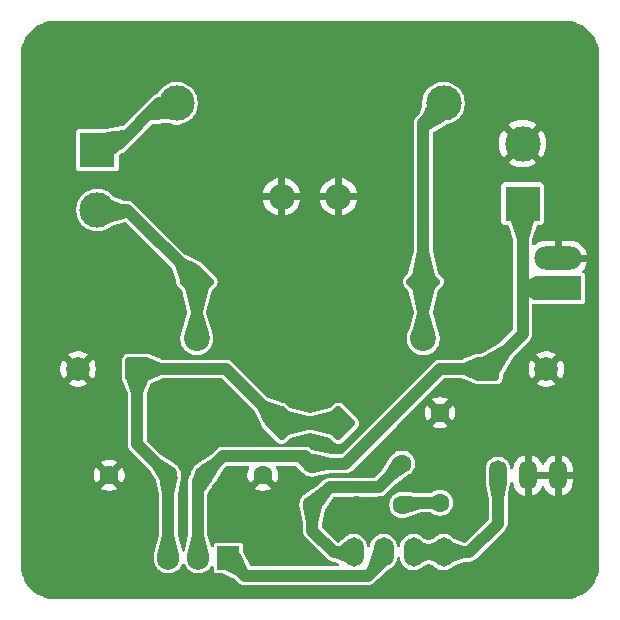
<source format=gbr>
%TF.GenerationSoftware,KiCad,Pcbnew,9.0.4*%
%TF.CreationDate,2025-10-17T22:53:11+07:00*%
%TF.ProjectId,AC DC converter LM317,41432044-4320-4636-9f6e-766572746572,rev?*%
%TF.SameCoordinates,Original*%
%TF.FileFunction,Copper,L1,Top*%
%TF.FilePolarity,Positive*%
%FSLAX46Y46*%
G04 Gerber Fmt 4.6, Leading zero omitted, Abs format (unit mm)*
G04 Created by KiCad (PCBNEW 9.0.4) date 2025-10-17 22:53:11*
%MOMM*%
%LPD*%
G01*
G04 APERTURE LIST*
G04 Aperture macros list*
%AMRoundRect*
0 Rectangle with rounded corners*
0 $1 Rounding radius*
0 $2 $3 $4 $5 $6 $7 $8 $9 X,Y pos of 4 corners*
0 Add a 4 corners polygon primitive as box body*
4,1,4,$2,$3,$4,$5,$6,$7,$8,$9,$2,$3,0*
0 Add four circle primitives for the rounded corners*
1,1,$1+$1,$2,$3*
1,1,$1+$1,$4,$5*
1,1,$1+$1,$6,$7*
1,1,$1+$1,$8,$9*
0 Add four rect primitives between the rounded corners*
20,1,$1+$1,$2,$3,$4,$5,0*
20,1,$1+$1,$4,$5,$6,$7,0*
20,1,$1+$1,$6,$7,$8,$9,0*
20,1,$1+$1,$8,$9,$2,$3,0*%
G04 Aperture macros list end*
%TA.AperFunction,ComponentPad*%
%ADD10C,6.400000*%
%TD*%
%TA.AperFunction,ComponentPad*%
%ADD11R,3.000000X3.000000*%
%TD*%
%TA.AperFunction,ComponentPad*%
%ADD12C,3.000000*%
%TD*%
%TA.AperFunction,ComponentPad*%
%ADD13RoundRect,0.249999X0.000000X-1.202083X1.202083X0.000000X0.000000X1.202083X-1.202083X0.000000X0*%
%TD*%
%TA.AperFunction,ComponentPad*%
%ADD14C,2.200000*%
%TD*%
%TA.AperFunction,ComponentPad*%
%ADD15C,1.600000*%
%TD*%
%TA.AperFunction,ComponentPad*%
%ADD16R,1.905000X2.000000*%
%TD*%
%TA.AperFunction,ComponentPad*%
%ADD17O,1.905000X2.000000*%
%TD*%
%TA.AperFunction,ComponentPad*%
%ADD18RoundRect,0.250000X-0.750000X-0.750000X0.750000X-0.750000X0.750000X0.750000X-0.750000X0.750000X0*%
%TD*%
%TA.AperFunction,ComponentPad*%
%ADD19C,2.000000*%
%TD*%
%TA.AperFunction,ComponentPad*%
%ADD20RoundRect,0.249999X1.202083X0.000000X0.000000X1.202083X-1.202083X0.000000X0.000000X-1.202083X0*%
%TD*%
%TA.AperFunction,ComponentPad*%
%ADD21O,1.500000X2.500000*%
%TD*%
%TA.AperFunction,ComponentPad*%
%ADD22RoundRect,0.250000X0.750000X0.750000X-0.750000X0.750000X-0.750000X-0.750000X0.750000X-0.750000X0*%
%TD*%
%TA.AperFunction,ComponentPad*%
%ADD23O,1.700000X2.500000*%
%TD*%
%TA.AperFunction,ComponentPad*%
%ADD24O,4.000000X2.000000*%
%TD*%
%TA.AperFunction,ComponentPad*%
%ADD25R,4.000000X2.000000*%
%TD*%
%TA.AperFunction,ViaPad*%
%ADD26C,0.600000*%
%TD*%
%TA.AperFunction,Conductor*%
%ADD27C,1.000000*%
%TD*%
G04 APERTURE END LIST*
D10*
%TO.P,H2,1,1*%
%TO.N,GND*%
X46000000Y-4000000D03*
%TD*%
D11*
%TO.P,J1,1,Pin_1*%
%TO.N,Net-(J1-Pin_1)*%
X7000000Y-11460000D03*
D12*
%TO.P,J1,2,Pin_2*%
%TO.N,Net-(D3-K)*%
X7000000Y-16539999D03*
%TD*%
D13*
%TO.P,D3,1,K*%
%TO.N,Net-(D3-K)*%
X15407898Y-22592103D03*
D14*
%TO.P,D3,2,A*%
%TO.N,GND*%
X22592103Y-15407898D03*
%TD*%
D15*
%TO.P,C3,1*%
%TO.N,VOUT*%
X16000000Y-39000000D03*
%TO.P,C3,2*%
%TO.N,GND*%
X21000000Y-39000000D03*
%TD*%
D16*
%TO.P,U1,1,ADJ*%
%TO.N,Net-(J3-Pin_3)*%
X18079999Y-46000000D03*
D17*
%TO.P,U1,2,VO*%
%TO.N,VOUT*%
X15539999Y-46000000D03*
%TO.P,U1,3,VI*%
%TO.N,VIN 15V DC*%
X13000000Y-46000000D03*
%TD*%
D15*
%TO.P,R2,1*%
%TO.N,Net-(J3-Pin_4)*%
X25190000Y-41500000D03*
%TO.P,R2,2*%
%TO.N,Net-(R2-Pad2)*%
X32810000Y-41500000D03*
%TD*%
D18*
%TO.P,C4,1*%
%TO.N,VOUT*%
X40000000Y-30000000D03*
D19*
%TO.P,C4,2*%
%TO.N,GND*%
X45000000Y-30000000D03*
%TD*%
D13*
%TO.P,D2,1,K*%
%TO.N,VIN 15V DC*%
X27407898Y-34592103D03*
D14*
%TO.P,D2,2,A*%
%TO.N,Net-(D1-K)*%
X34592103Y-27407898D03*
%TD*%
D20*
%TO.P,D4,1,K*%
%TO.N,VIN 15V DC*%
X22592103Y-34592102D03*
D14*
%TO.P,D4,2,A*%
%TO.N,Net-(D3-K)*%
X15407898Y-27407897D03*
%TD*%
D21*
%TO.P,RV1,1,1*%
%TO.N,Net-(J3-Pin_1)*%
X40920001Y-39000000D03*
%TO.P,RV1,2,2*%
%TO.N,GND*%
X43460001Y-39000000D03*
%TO.P,RV1,3,3*%
X46000000Y-39000000D03*
%TD*%
D10*
%TO.P,H4,1,1*%
%TO.N,GND*%
X46000000Y-46000000D03*
%TD*%
D22*
%TO.P,C1,1*%
%TO.N,VIN 15V DC*%
X10367678Y-30000000D03*
D19*
%TO.P,C1,2*%
%TO.N,GND*%
X5367678Y-30000000D03*
%TD*%
D23*
%TO.P,J3,1,Pin_1*%
%TO.N,Net-(J3-Pin_1)*%
X36310000Y-45500000D03*
%TO.P,J3,2,Pin_2*%
X33770000Y-45500000D03*
%TO.P,J3,3,Pin_3*%
%TO.N,Net-(J3-Pin_3)*%
X31230001Y-45500000D03*
%TO.P,J3,4,Pin_4*%
%TO.N,Net-(J3-Pin_4)*%
X28690000Y-45500000D03*
%TD*%
D15*
%TO.P,R1,1*%
%TO.N,VOUT*%
X25190000Y-38000000D03*
%TO.P,R1,2*%
%TO.N,Net-(J3-Pin_4)*%
X32810000Y-38000000D03*
%TD*%
D24*
%TO.P,J4,1,Pin_1*%
%TO.N,GND*%
X46000000Y-20625000D03*
D25*
%TO.P,J4,2,Pin_2*%
%TO.N,VOUT*%
X46000000Y-23165000D03*
%TD*%
D12*
%TO.P,Fuse,1*%
%TO.N,Net-(J1-Pin_1)*%
X13700000Y-7500000D03*
%TO.P,Fuse,2*%
%TO.N,Net-(D1-K)*%
X36300000Y-7500000D03*
%TD*%
D10*
%TO.P,H1,1,1*%
%TO.N,GND*%
X4000000Y-4000000D03*
%TD*%
D15*
%TO.P,R3,1*%
%TO.N,Net-(R2-Pad2)*%
X36000000Y-41310000D03*
%TO.P,R3,2*%
%TO.N,GND*%
X36000000Y-33690000D03*
%TD*%
%TO.P,C2,1*%
%TO.N,VIN 15V DC*%
X13000000Y-39000000D03*
%TO.P,C2,2*%
%TO.N,GND*%
X8000000Y-39000000D03*
%TD*%
D20*
%TO.P,D1,1,K*%
%TO.N,Net-(D1-K)*%
X34592102Y-22592102D03*
D14*
%TO.P,D1,2,A*%
%TO.N,GND*%
X27407897Y-15407897D03*
%TD*%
D11*
%TO.P,J2,1,Pin_1*%
%TO.N,VOUT*%
X43000000Y-16000000D03*
D12*
%TO.P,J2,2,Pin_2*%
%TO.N,GND*%
X43000000Y-10920001D03*
%TD*%
D10*
%TO.P,H3,1,1*%
%TO.N,GND*%
X4000000Y-46000000D03*
%TD*%
D26*
%TO.N,GND*%
X21999999Y-45000000D03*
X27000000Y-42000000D03*
X18000000Y-44000000D03*
X9000000Y-49000000D03*
X9000001Y-46000000D03*
X36500000Y-37500000D03*
X9000001Y-44000000D03*
X20000000Y-43000000D03*
X9000000Y-47000000D03*
X17999999Y-42000000D03*
X30500000Y-38500000D03*
X22000000Y-49000000D03*
X30500000Y-37500000D03*
X29000000Y-41000000D03*
X31000000Y-42000000D03*
X19999999Y-42000000D03*
X9000000Y-42000000D03*
X20000000Y-44000000D03*
X22000000Y-46000000D03*
X36500000Y-39500000D03*
X11000000Y-42000000D03*
X36500000Y-35500000D03*
X35500000Y-37500000D03*
X9000000Y-45000000D03*
X9000001Y-48000000D03*
X35500000Y-35500000D03*
X11000000Y-43000000D03*
X31000000Y-41000000D03*
X22000000Y-44000000D03*
X29000000Y-42000000D03*
X8999999Y-43000000D03*
X11000000Y-44000000D03*
X21999999Y-42000000D03*
X18000000Y-43000000D03*
X35500000Y-39500000D03*
X21999998Y-43000000D03*
%TD*%
D27*
%TO.N,VIN 15V DC*%
X27407894Y-34092104D02*
X27407897Y-34092101D01*
X26907897Y-34592103D02*
X27407898Y-34092102D01*
X10367678Y-30000000D02*
X17900000Y-30000000D01*
X10367678Y-36367678D02*
X13000000Y-39000000D01*
X17900000Y-30000000D02*
X22492103Y-34592103D01*
X13000000Y-39000000D02*
X13000000Y-45589999D01*
X22492103Y-34592103D02*
X26907897Y-34592103D01*
X10367678Y-30000000D02*
X10367678Y-36367678D01*
%TO.N,GND*%
X27407896Y-14907898D02*
X27467102Y-14907898D01*
%TO.N,Net-(D3-K)*%
X9539999Y-16539999D02*
X15407898Y-22407898D01*
X15407898Y-22407898D02*
X15407898Y-26907896D01*
X7000000Y-16539999D02*
X9539999Y-16539999D01*
%TO.N,VOUT*%
X15500000Y-39500000D02*
X15500000Y-46050000D01*
X17600000Y-37400000D02*
X16000000Y-39000000D01*
X43000000Y-23100000D02*
X43000000Y-27000000D01*
X43000000Y-21394490D02*
X43000000Y-23100000D01*
X24590000Y-37400000D02*
X17600000Y-37400000D01*
X45935000Y-23100000D02*
X46000000Y-23165000D01*
X25190000Y-38000000D02*
X27000000Y-38000000D01*
X43000000Y-23100000D02*
X45935000Y-23100000D01*
X28000000Y-38000000D02*
X36000000Y-30000000D01*
X43000000Y-27000000D02*
X40000000Y-30000000D01*
X27000000Y-38000000D02*
X28000000Y-38000000D01*
X36000000Y-30000000D02*
X40000000Y-30000000D01*
X16000000Y-39000000D02*
X15500000Y-39500000D01*
X25190000Y-38000000D02*
X24590000Y-37400000D01*
X43000000Y-21394490D02*
X43000000Y-17040000D01*
X43000000Y-17040000D02*
X44000000Y-16040000D01*
%TO.N,Net-(D1-K)*%
X34592103Y-26907897D02*
X34592102Y-22092101D01*
X34592102Y-9207898D02*
X36300000Y-7500000D01*
X34592102Y-22092101D02*
X34592102Y-9207898D01*
%TO.N,Net-(J3-Pin_3)*%
X31230001Y-46144999D02*
X31230001Y-45500000D01*
X29875000Y-47500000D02*
X31230001Y-46144999D01*
X19490000Y-47500000D02*
X29875000Y-47500000D01*
X18040000Y-46050000D02*
X19490000Y-47500000D01*
%TO.N,Net-(J3-Pin_4)*%
X25190000Y-43690000D02*
X25190000Y-41500000D01*
X26690000Y-40000000D02*
X30810000Y-40000000D01*
X28690000Y-45500000D02*
X27000000Y-45500000D01*
X30810000Y-40000000D02*
X32810000Y-38000000D01*
X25190000Y-41500000D02*
X26690000Y-40000000D01*
X27000000Y-45500000D02*
X25190000Y-43690000D01*
%TO.N,Net-(J3-Pin_1)*%
X40920001Y-39000000D02*
X40920001Y-43079999D01*
X33770000Y-45500000D02*
X36310000Y-45500000D01*
X38500000Y-45500000D02*
X36310000Y-45500000D01*
X40920001Y-43079999D02*
X38500000Y-45500000D01*
%TO.N,Net-(J1-Pin_1)*%
X8790000Y-10960000D02*
X12250000Y-7500000D01*
X6000000Y-10960000D02*
X8790000Y-10960000D01*
X12250000Y-7500000D02*
X13700000Y-7500000D01*
%TO.N,Net-(R2-Pad2)*%
X33000000Y-41310000D02*
X36120000Y-41310000D01*
X32810000Y-41500000D02*
X33000000Y-41310000D01*
%TD*%
%TA.AperFunction,Conductor*%
%TO.N,VIN 15V DC*%
G36*
X26852418Y-33595596D02*
G01*
X26856626Y-33599941D01*
X27405730Y-34586413D01*
X27406759Y-34595308D01*
X27405730Y-34597793D01*
X26856627Y-35584264D01*
X26849609Y-35589826D01*
X26843562Y-35589923D01*
X24864674Y-35094321D01*
X24857481Y-35088987D01*
X24855816Y-35082972D01*
X24855816Y-34101233D01*
X24859243Y-34092960D01*
X24864672Y-34089885D01*
X26843561Y-33594282D01*
X26852418Y-33595596D01*
G37*
%TD.AperFunction*%
%TD*%
%TA.AperFunction,Conductor*%
%TO.N,Net-(D1-K)*%
G36*
X35091517Y-25232461D02*
G01*
X35094505Y-25237560D01*
X35589262Y-26992827D01*
X35588208Y-27001719D01*
X35582402Y-27006842D01*
X34596504Y-27407110D01*
X34587702Y-27407110D01*
X33601803Y-27006842D01*
X33595426Y-27000554D01*
X33594943Y-26992827D01*
X34089700Y-25237557D01*
X34095242Y-25230527D01*
X34100956Y-25229034D01*
X35083244Y-25229034D01*
X35091517Y-25232461D01*
G37*
%TD.AperFunction*%
%TD*%
%TA.AperFunction,Conductor*%
%TO.N,VIN 15V DC*%
G36*
X12241034Y-37531276D02*
G01*
X13434734Y-38328333D01*
X13439711Y-38335777D01*
X13437973Y-38344551D01*
X13002005Y-38998757D01*
X12998757Y-39002005D01*
X12344551Y-39437973D01*
X12335766Y-39439709D01*
X12328333Y-39434734D01*
X11531276Y-38241034D01*
X11529532Y-38232251D01*
X11532731Y-38226266D01*
X12226265Y-37532732D01*
X12234537Y-37529306D01*
X12241034Y-37531276D01*
G37*
%TD.AperFunction*%
%TD*%
%TA.AperFunction,Conductor*%
%TO.N,VOUT*%
G36*
X23868018Y-36902983D02*
G01*
X25334774Y-37212984D01*
X25342160Y-37218047D01*
X25343833Y-37226699D01*
X25191453Y-37997704D01*
X25189696Y-38001946D01*
X24752879Y-38654221D01*
X24745429Y-38659189D01*
X24736648Y-38657432D01*
X24735539Y-38656590D01*
X23857981Y-37903502D01*
X23853934Y-37895513D01*
X23853900Y-37894623D01*
X23853900Y-36914431D01*
X23857327Y-36906158D01*
X23865600Y-36902731D01*
X23868018Y-36902983D01*
G37*
%TD.AperFunction*%
%TD*%
%TA.AperFunction,Conductor*%
%TO.N,VOUT*%
G36*
X15227511Y-38846327D02*
G01*
X15997705Y-38998546D01*
X16001946Y-39000303D01*
X16655324Y-39437858D01*
X16660292Y-39445308D01*
X16658535Y-39454089D01*
X16658448Y-39454218D01*
X16003488Y-40404571D01*
X15995971Y-40409439D01*
X15993854Y-40409632D01*
X15013420Y-40409632D01*
X15005147Y-40406205D01*
X15001720Y-40397932D01*
X15001829Y-40396338D01*
X15131423Y-39454218D01*
X15213681Y-38856214D01*
X15218203Y-38848487D01*
X15226866Y-38846219D01*
X15227511Y-38846327D01*
G37*
%TD.AperFunction*%
%TD*%
%TA.AperFunction,Conductor*%
%TO.N,VIN 15V DC*%
G36*
X10375323Y-30005598D02*
G01*
X11342234Y-30840135D01*
X11346258Y-30848135D01*
X11345389Y-30853492D01*
X10870678Y-31992800D01*
X10864333Y-31999119D01*
X10859878Y-32000000D01*
X9875478Y-32000000D01*
X9867205Y-31996573D01*
X9864678Y-31992800D01*
X9389965Y-30853490D01*
X9389947Y-30844537D01*
X9393119Y-30840137D01*
X10360033Y-30005597D01*
X10368535Y-30002786D01*
X10375323Y-30005598D01*
G37*
%TD.AperFunction*%
%TD*%
%TA.AperFunction,Conductor*%
%TO.N,VIN 15V DC*%
G36*
X11221167Y-29022287D02*
G01*
X12360478Y-29497000D01*
X12366797Y-29503345D01*
X12367678Y-29507800D01*
X12367678Y-30492199D01*
X12364251Y-30500472D01*
X12360478Y-30502999D01*
X11221170Y-30977711D01*
X11212215Y-30977730D01*
X11207813Y-30974556D01*
X10373276Y-30007645D01*
X10370464Y-29999143D01*
X10373276Y-29992355D01*
X11207814Y-29025442D01*
X11215813Y-29021419D01*
X11221167Y-29022287D01*
G37*
%TD.AperFunction*%
%TD*%
%TA.AperFunction,Conductor*%
%TO.N,Net-(J3-Pin_4)*%
G36*
X27982376Y-44656084D02*
G01*
X28684368Y-45493148D01*
X28687058Y-45501689D01*
X28684328Y-45508231D01*
X27978302Y-46341142D01*
X27970338Y-46345237D01*
X27965263Y-46344530D01*
X26656375Y-45852867D01*
X26649835Y-45846750D01*
X26649536Y-45837800D01*
X26652214Y-45833643D01*
X27345984Y-45139873D01*
X27347029Y-45138947D01*
X27966203Y-44654388D01*
X27974828Y-44651989D01*
X27982376Y-44656084D01*
G37*
%TD.AperFunction*%
%TD*%
%TA.AperFunction,Conductor*%
%TO.N,Net-(D3-K)*%
G36*
X15907313Y-25232460D02*
G01*
X15910301Y-25237559D01*
X16405057Y-26992826D01*
X16404003Y-27001718D01*
X16398197Y-27006841D01*
X15412299Y-27407110D01*
X15403497Y-27407110D01*
X14417598Y-27006841D01*
X14411221Y-27000553D01*
X14410738Y-26992826D01*
X14905495Y-25237559D01*
X14911038Y-25230526D01*
X14916756Y-25229033D01*
X15899040Y-25229033D01*
X15907313Y-25232460D01*
G37*
%TD.AperFunction*%
%TD*%
%TA.AperFunction,Conductor*%
%TO.N,VIN 15V DC*%
G36*
X21346988Y-32735401D02*
G01*
X22513282Y-33151607D01*
X22519921Y-33157614D01*
X22521034Y-33162039D01*
X22592198Y-34580612D01*
X22589190Y-34589046D01*
X22581099Y-34592883D01*
X22580599Y-34592898D01*
X21149996Y-34603429D01*
X21141698Y-34600063D01*
X21139192Y-34596421D01*
X20636118Y-33447337D01*
X20635939Y-33438384D01*
X20638561Y-33434374D01*
X21334788Y-32738147D01*
X21343060Y-32734721D01*
X21346988Y-32735401D01*
G37*
%TD.AperFunction*%
%TD*%
%TA.AperFunction,Conductor*%
%TO.N,VIN 15V DC*%
G36*
X13773166Y-39153777D02*
G01*
X13780605Y-39158761D01*
X13782343Y-39167535D01*
X13501876Y-40575214D01*
X13496899Y-40582658D01*
X13490402Y-40584628D01*
X12509598Y-40584628D01*
X12501325Y-40581201D01*
X12498124Y-40575214D01*
X12217656Y-39167535D01*
X12219400Y-39158752D01*
X12226831Y-39153777D01*
X12997707Y-38999459D01*
X13002293Y-38999459D01*
X13773166Y-39153777D01*
G37*
%TD.AperFunction*%
%TD*%
%TA.AperFunction,Conductor*%
%TO.N,Net-(J3-Pin_3)*%
G36*
X19037466Y-45588498D02*
G01*
X19734181Y-46997548D01*
X19735393Y-47002734D01*
X19735393Y-47980945D01*
X19731966Y-47989218D01*
X19723693Y-47992645D01*
X19718400Y-47991379D01*
X17773106Y-47004486D01*
X17767278Y-46997687D01*
X17767239Y-46990541D01*
X18077410Y-46005047D01*
X18083162Y-45998186D01*
X18083839Y-45997860D01*
X19022248Y-45582982D01*
X19031199Y-45582772D01*
X19037466Y-45588498D01*
G37*
%TD.AperFunction*%
%TD*%
%TA.AperFunction,Conductor*%
%TO.N,VOUT*%
G36*
X15999389Y-44069229D02*
G01*
X16002386Y-44074360D01*
X16470971Y-45755107D01*
X16469892Y-45763996D01*
X16462843Y-45769519D01*
X16462548Y-45769597D01*
X15542846Y-46000285D01*
X15537152Y-46000285D01*
X14616946Y-45769471D01*
X14609756Y-45764135D01*
X14608395Y-45755482D01*
X14997901Y-44074860D01*
X15003107Y-44067575D01*
X15009299Y-44065802D01*
X15991116Y-44065802D01*
X15999389Y-44069229D01*
G37*
%TD.AperFunction*%
%TD*%
%TA.AperFunction,Conductor*%
%TO.N,Net-(J3-Pin_3)*%
G36*
X31223939Y-45497367D02*
G01*
X31230957Y-45502926D01*
X31232178Y-45506174D01*
X31484999Y-46689512D01*
X31483376Y-46698319D01*
X31481366Y-46700670D01*
X30525941Y-47557020D01*
X30517493Y-47559990D01*
X30509859Y-47556580D01*
X29815815Y-46862536D01*
X29812388Y-46854263D01*
X29813065Y-46850340D01*
X29866329Y-46700670D01*
X30376324Y-45267592D01*
X30382326Y-45260948D01*
X30390549Y-45260263D01*
X31223939Y-45497367D01*
G37*
%TD.AperFunction*%
%TD*%
%TA.AperFunction,Conductor*%
%TO.N,Net-(J1-Pin_1)*%
G36*
X12295498Y-7020816D02*
G01*
X13688431Y-7495113D01*
X13695158Y-7501024D01*
X13695736Y-7509960D01*
X13695291Y-7511075D01*
X13079472Y-8850905D01*
X13072903Y-8856991D01*
X13069541Y-8857698D01*
X11510979Y-8951065D01*
X11502515Y-8948139D01*
X11502006Y-8947659D01*
X10807740Y-8253393D01*
X10804313Y-8245120D01*
X10807740Y-8236847D01*
X10808583Y-8236082D01*
X11691804Y-7509960D01*
X12284298Y-7022853D01*
X12292864Y-7020247D01*
X12295498Y-7020816D01*
G37*
%TD.AperFunction*%
%TD*%
%TA.AperFunction,Conductor*%
%TO.N,VIN 15V DC*%
G36*
X25135328Y-34089884D02*
G01*
X25142520Y-34095218D01*
X25144185Y-34101233D01*
X25144185Y-35082972D01*
X25140758Y-35091245D01*
X25135327Y-35094321D01*
X23156438Y-35589922D01*
X23147581Y-35588608D01*
X23143374Y-35584264D01*
X22594269Y-34597791D01*
X22593241Y-34588897D01*
X22594270Y-34586412D01*
X22864337Y-34101233D01*
X23143374Y-33599938D01*
X23150391Y-33594378D01*
X23156438Y-33594281D01*
X25135328Y-34089884D01*
G37*
%TD.AperFunction*%
%TD*%
%TA.AperFunction,Conductor*%
%TO.N,VIN 15V DC*%
G36*
X13499185Y-44069229D02*
G01*
X13502248Y-44074608D01*
X13931291Y-45755292D01*
X13930017Y-45764156D01*
X13922849Y-45769522D01*
X13922802Y-45769534D01*
X13002847Y-46000285D01*
X12997153Y-46000285D01*
X12077197Y-45769534D01*
X12070007Y-45764198D01*
X12068696Y-45755339D01*
X12068708Y-45755292D01*
X12497752Y-44074608D01*
X12503118Y-44067440D01*
X12509088Y-44065802D01*
X13490912Y-44065802D01*
X13499185Y-44069229D01*
G37*
%TD.AperFunction*%
%TD*%
%TA.AperFunction,Conductor*%
%TO.N,Net-(J3-Pin_1)*%
G36*
X35595345Y-44653172D02*
G01*
X35599266Y-44656195D01*
X36304636Y-45492456D01*
X36307351Y-45500990D01*
X36304636Y-45507544D01*
X35599266Y-46343804D01*
X35591313Y-46347918D01*
X35586402Y-46347283D01*
X34617779Y-46002766D01*
X34611133Y-45996765D01*
X34610000Y-45991743D01*
X34610000Y-45008256D01*
X34613427Y-44999983D01*
X34617778Y-44997233D01*
X35586404Y-44652716D01*
X35595345Y-44653172D01*
G37*
%TD.AperFunction*%
%TD*%
%TA.AperFunction,Conductor*%
%TO.N,Net-(D3-K)*%
G36*
X15413586Y-22594269D02*
G01*
X16400059Y-23143373D01*
X16405621Y-23150391D01*
X16405718Y-23156438D01*
X15910116Y-25135327D01*
X15904782Y-25142520D01*
X15898767Y-25144185D01*
X14917029Y-25144185D01*
X14908756Y-25140758D01*
X14905680Y-25135327D01*
X14410077Y-23156438D01*
X14411391Y-23147581D01*
X14415733Y-23143375D01*
X15402208Y-22594269D01*
X15411103Y-22593241D01*
X15413586Y-22594269D01*
G37*
%TD.AperFunction*%
%TD*%
%TA.AperFunction,Conductor*%
%TO.N,Net-(D1-K)*%
G36*
X36296052Y-7503262D02*
G01*
X36301001Y-7510725D01*
X36301170Y-7511912D01*
X36434239Y-8979796D01*
X36431573Y-8988344D01*
X36428534Y-8990928D01*
X35094853Y-9778109D01*
X35088906Y-9779733D01*
X34108957Y-9779733D01*
X34100684Y-9776306D01*
X34097257Y-9768033D01*
X34097996Y-9763942D01*
X34267555Y-9309645D01*
X34834392Y-7790930D01*
X34840494Y-7784379D01*
X34843102Y-7783541D01*
X36287275Y-7501485D01*
X36296052Y-7503262D01*
G37*
%TD.AperFunction*%
%TD*%
%TA.AperFunction,Conductor*%
%TO.N,Net-(D3-K)*%
G36*
X14305392Y-20594400D02*
G01*
X15459015Y-21148238D01*
X15464990Y-21154907D01*
X15465642Y-21159250D01*
X15409085Y-22580734D01*
X15405332Y-22588865D01*
X15396929Y-22591960D01*
X15396551Y-22591939D01*
X13987245Y-22490177D01*
X13979241Y-22486163D01*
X13976966Y-22482137D01*
X13593038Y-21304742D01*
X13593732Y-21295814D01*
X13595886Y-21292845D01*
X14292057Y-20596674D01*
X14300329Y-20593248D01*
X14305392Y-20594400D01*
G37*
%TD.AperFunction*%
%TD*%
%TA.AperFunction,Conductor*%
%TO.N,Net-(J3-Pin_4)*%
G36*
X25963166Y-41653777D02*
G01*
X25970605Y-41658761D01*
X25972343Y-41667535D01*
X25691876Y-43075214D01*
X25686899Y-43082658D01*
X25680402Y-43084628D01*
X24699598Y-43084628D01*
X24691325Y-43081201D01*
X24688124Y-43075214D01*
X24407656Y-41667535D01*
X24409400Y-41658752D01*
X24416831Y-41653777D01*
X25187707Y-41499459D01*
X25192293Y-41499459D01*
X25963166Y-41653777D01*
G37*
%TD.AperFunction*%
%TD*%
%TA.AperFunction,Conductor*%
%TO.N,Net-(J3-Pin_4)*%
G36*
X32154551Y-37562026D02*
G01*
X32808757Y-37997994D01*
X32812005Y-38001242D01*
X33247973Y-38655448D01*
X33249709Y-38664233D01*
X33244734Y-38671666D01*
X32051034Y-39468723D01*
X32042251Y-39470467D01*
X32036264Y-39467266D01*
X31342733Y-38773735D01*
X31339306Y-38765462D01*
X31341276Y-38758965D01*
X31399568Y-38671666D01*
X32138333Y-37565264D01*
X32145777Y-37560288D01*
X32154551Y-37562026D01*
G37*
%TD.AperFunction*%
%TD*%
%TA.AperFunction,Conductor*%
%TO.N,Net-(J3-Pin_4)*%
G36*
X25963735Y-40032733D02*
G01*
X26657266Y-40726264D01*
X26660693Y-40734537D01*
X26658723Y-40741034D01*
X25861666Y-41934734D01*
X25854222Y-41939711D01*
X25845448Y-41937973D01*
X25191242Y-41502005D01*
X25187994Y-41498757D01*
X24752026Y-40844551D01*
X24750290Y-40835766D01*
X24755265Y-40828333D01*
X24908127Y-40726264D01*
X25948965Y-40031275D01*
X25957748Y-40029532D01*
X25963735Y-40032733D01*
G37*
%TD.AperFunction*%
%TD*%
%TA.AperFunction,Conductor*%
%TO.N,Net-(J3-Pin_1)*%
G36*
X40927728Y-39005800D02*
G01*
X41601304Y-39598546D01*
X41650657Y-39641977D01*
X41654604Y-39650015D01*
X41654451Y-39652787D01*
X41421703Y-40975916D01*
X41416895Y-40983470D01*
X41410180Y-40985589D01*
X40429822Y-40985589D01*
X40421549Y-40982162D01*
X40418299Y-40975916D01*
X40185550Y-39652787D01*
X40187492Y-39644045D01*
X40189340Y-39641980D01*
X40912272Y-39005800D01*
X40920746Y-39002908D01*
X40927728Y-39005800D01*
G37*
%TD.AperFunction*%
%TD*%
%TA.AperFunction,Conductor*%
%TO.N,VOUT*%
G36*
X41286704Y-28018937D02*
G01*
X41981062Y-28713295D01*
X41984489Y-28721568D01*
X41982898Y-28727459D01*
X41005140Y-30405392D01*
X40998014Y-30410814D01*
X40990563Y-30410314D01*
X40003782Y-30002562D01*
X39997446Y-29996238D01*
X39589685Y-29009435D01*
X39589692Y-29000481D01*
X39594605Y-28994860D01*
X41272543Y-28017100D01*
X41281414Y-28015897D01*
X41286704Y-28018937D01*
G37*
%TD.AperFunction*%
%TD*%
%TA.AperFunction,Conductor*%
%TO.N,Net-(D3-K)*%
G36*
X8219729Y-15670386D02*
G01*
X10193653Y-16495911D01*
X10199963Y-16502263D01*
X10199932Y-16511218D01*
X10197411Y-16514977D01*
X9504752Y-17207636D01*
X9499780Y-17210588D01*
X7995194Y-17653008D01*
X7986290Y-17652054D01*
X7983136Y-17649543D01*
X7594158Y-17210588D01*
X7007892Y-16548996D01*
X7004971Y-16540532D01*
X7008890Y-16532480D01*
X7009820Y-16531738D01*
X8208400Y-15671675D01*
X8217118Y-15669637D01*
X8219729Y-15670386D01*
G37*
%TD.AperFunction*%
%TD*%
%TA.AperFunction,Conductor*%
%TO.N,VOUT*%
G36*
X25403595Y-37226833D02*
G01*
X26765214Y-37498124D01*
X26772658Y-37503101D01*
X26774628Y-37509598D01*
X26774628Y-38490401D01*
X26771201Y-38498674D01*
X26765214Y-38501875D01*
X25357535Y-38782343D01*
X25348752Y-38780599D01*
X25343777Y-38773166D01*
X25189459Y-38002292D01*
X25189459Y-37997707D01*
X25343777Y-37226831D01*
X25348761Y-37219394D01*
X25357535Y-37217656D01*
X25403595Y-37226833D01*
G37*
%TD.AperFunction*%
%TD*%
%TA.AperFunction,Conductor*%
%TO.N,VOUT*%
G36*
X39159864Y-29025443D02*
G01*
X39994401Y-29992355D01*
X39997213Y-30000857D01*
X39994401Y-30007645D01*
X39159864Y-30974556D01*
X39151864Y-30978580D01*
X39146507Y-30977711D01*
X38007200Y-30502999D01*
X38000881Y-30496654D01*
X38000000Y-30492199D01*
X38000000Y-29507800D01*
X38003427Y-29499527D01*
X38007200Y-29497000D01*
X39146509Y-29022287D01*
X39155462Y-29022269D01*
X39159864Y-29025443D01*
G37*
%TD.AperFunction*%
%TD*%
%TA.AperFunction,Conductor*%
%TO.N,Net-(D1-K)*%
G36*
X35091244Y-20043447D02*
G01*
X35094320Y-20048878D01*
X35589922Y-22027765D01*
X35588608Y-22036622D01*
X35584263Y-22040830D01*
X34597792Y-22589934D01*
X34588897Y-22590963D01*
X34586412Y-22589934D01*
X33599940Y-22040830D01*
X33594378Y-22033812D01*
X33594281Y-22027765D01*
X34089884Y-20048878D01*
X34095218Y-20041685D01*
X34101233Y-20040020D01*
X35082971Y-20040020D01*
X35091244Y-20043447D01*
G37*
%TD.AperFunction*%
%TD*%
%TA.AperFunction,Conductor*%
%TO.N,Net-(J3-Pin_1)*%
G36*
X34493594Y-44652715D02*
G01*
X35462221Y-44997233D01*
X35468867Y-45003234D01*
X35470000Y-45008256D01*
X35470000Y-45991743D01*
X35466573Y-46000016D01*
X35462221Y-46002766D01*
X34493597Y-46347283D01*
X34484654Y-46346827D01*
X34480733Y-46343804D01*
X33775363Y-45507544D01*
X33772648Y-45499010D01*
X33775363Y-45492456D01*
X34480734Y-44656194D01*
X34488686Y-44652081D01*
X34493594Y-44652715D01*
G37*
%TD.AperFunction*%
%TD*%
%TA.AperFunction,Conductor*%
%TO.N,VOUT*%
G36*
X43006487Y-16010365D02*
G01*
X43009737Y-16013615D01*
X43996828Y-17495239D01*
X43998563Y-17504024D01*
X43998191Y-17505426D01*
X43502667Y-18992000D01*
X43496799Y-18998765D01*
X43491567Y-19000000D01*
X42508433Y-19000000D01*
X42500160Y-18996573D01*
X42497333Y-18992000D01*
X42001808Y-17505424D01*
X42002443Y-17496494D01*
X42003165Y-17495249D01*
X42990263Y-16013614D01*
X42997702Y-16008630D01*
X43006487Y-16010365D01*
G37*
%TD.AperFunction*%
%TD*%
%TA.AperFunction,Conductor*%
%TO.N,Net-(D1-K)*%
G36*
X34597790Y-22594269D02*
G01*
X35584263Y-23143372D01*
X35589825Y-23150390D01*
X35589922Y-23156437D01*
X35094320Y-25135325D01*
X35088986Y-25142518D01*
X35082971Y-25144183D01*
X34101233Y-25144183D01*
X34092960Y-25140756D01*
X34089884Y-25135325D01*
X33594281Y-23156437D01*
X33595595Y-23147580D01*
X33599937Y-23143374D01*
X34586412Y-22594269D01*
X34595307Y-22593241D01*
X34597790Y-22594269D01*
G37*
%TD.AperFunction*%
%TD*%
%TA.AperFunction,Conductor*%
%TO.N,Net-(J1-Pin_1)*%
G36*
X9294963Y-9753913D02*
G01*
X9296138Y-9754941D01*
X9990457Y-10449260D01*
X9993884Y-10457533D01*
X9990457Y-10465806D01*
X9990037Y-10466206D01*
X8504559Y-11811117D01*
X8496126Y-11814130D01*
X8494016Y-11813831D01*
X7013562Y-11464078D01*
X7006298Y-11458840D01*
X7004865Y-11450001D01*
X7005744Y-11447545D01*
X7732141Y-9965611D01*
X7738859Y-9959693D01*
X7741080Y-9959168D01*
X9286308Y-9751618D01*
X9294963Y-9753913D01*
G37*
%TD.AperFunction*%
%TD*%
%TA.AperFunction,Conductor*%
%TO.N,Net-(R2-Pad2)*%
G36*
X34369657Y-40809269D02*
G01*
X34377682Y-40813241D01*
X34380575Y-40820943D01*
X34380575Y-41801584D01*
X34377148Y-41809857D01*
X34372597Y-41812676D01*
X32978659Y-42280404D01*
X32969725Y-42279787D01*
X32963845Y-42273034D01*
X32963468Y-42271620D01*
X32809459Y-41502292D01*
X32809459Y-41497707D01*
X32964058Y-40725431D01*
X32969041Y-40717994D01*
X32976307Y-40716056D01*
X34369657Y-40809269D01*
G37*
%TD.AperFunction*%
%TD*%
%TA.AperFunction,Conductor*%
%TO.N,VOUT*%
G36*
X44004881Y-22167439D02*
G01*
X45979594Y-23154302D01*
X45985463Y-23161066D01*
X45984830Y-23169998D01*
X45979412Y-23175323D01*
X44005275Y-24119370D01*
X43996333Y-24119848D01*
X43994814Y-24119187D01*
X43006287Y-23603281D01*
X43000538Y-23596416D01*
X43000000Y-23592909D01*
X43000000Y-22607669D01*
X43003427Y-22599396D01*
X43007030Y-22596941D01*
X43994990Y-22167178D01*
X44003943Y-22167021D01*
X44004881Y-22167439D01*
G37*
%TD.AperFunction*%
%TD*%
%TA.AperFunction,Conductor*%
%TO.N,VOUT*%
G36*
X16773735Y-37532733D02*
G01*
X17467266Y-38226264D01*
X17470693Y-38234537D01*
X17468723Y-38241034D01*
X16671666Y-39434734D01*
X16664222Y-39439711D01*
X16655448Y-39437973D01*
X16001242Y-39002005D01*
X15997994Y-38998757D01*
X15562026Y-38344551D01*
X15560290Y-38335766D01*
X15565265Y-38328333D01*
X15718127Y-38226264D01*
X16758965Y-37531275D01*
X16767748Y-37529532D01*
X16773735Y-37532733D01*
G37*
%TD.AperFunction*%
%TD*%
%TA.AperFunction,Conductor*%
%TO.N,Net-(J3-Pin_1)*%
G36*
X37033594Y-44652715D02*
G01*
X38002221Y-44997233D01*
X38008867Y-45003234D01*
X38010000Y-45008256D01*
X38010000Y-45991743D01*
X38006573Y-46000016D01*
X38002221Y-46002766D01*
X37033597Y-46347283D01*
X37024654Y-46346827D01*
X37020733Y-46343804D01*
X36315363Y-45507544D01*
X36312648Y-45499010D01*
X36315363Y-45492456D01*
X37020734Y-44656194D01*
X37028686Y-44652081D01*
X37033594Y-44652715D01*
G37*
%TD.AperFunction*%
%TD*%
%TA.AperFunction,Conductor*%
%TO.N,GND*%
G36*
X46503244Y-500670D02*
G01*
X46807046Y-516592D01*
X46819953Y-517949D01*
X46951089Y-538718D01*
X47117209Y-565028D01*
X47129896Y-567724D01*
X47420625Y-645625D01*
X47432965Y-649635D01*
X47713938Y-757490D01*
X47725790Y-762767D01*
X47993968Y-899411D01*
X48005199Y-905896D01*
X48257608Y-1069812D01*
X48268109Y-1077441D01*
X48502010Y-1266850D01*
X48511655Y-1275535D01*
X48724464Y-1488344D01*
X48733149Y-1497989D01*
X48922558Y-1731890D01*
X48930187Y-1742391D01*
X49094101Y-1994796D01*
X49100591Y-2006036D01*
X49237231Y-2274206D01*
X49242510Y-2286064D01*
X49350363Y-2567033D01*
X49354374Y-2579376D01*
X49432273Y-2870097D01*
X49434971Y-2882794D01*
X49482050Y-3180046D01*
X49483407Y-3192953D01*
X49499330Y-3496756D01*
X49499500Y-3503246D01*
X49499500Y-46496753D01*
X49499330Y-46503243D01*
X49483407Y-46807046D01*
X49482050Y-46819953D01*
X49434971Y-47117205D01*
X49432273Y-47129902D01*
X49354374Y-47420623D01*
X49350363Y-47432966D01*
X49242510Y-47713935D01*
X49237231Y-47725793D01*
X49100591Y-47993963D01*
X49094101Y-48005203D01*
X48930187Y-48257608D01*
X48922558Y-48268109D01*
X48733149Y-48502010D01*
X48724464Y-48511655D01*
X48511655Y-48724464D01*
X48502010Y-48733149D01*
X48268109Y-48922558D01*
X48257608Y-48930187D01*
X48005203Y-49094101D01*
X47993963Y-49100591D01*
X47725793Y-49237231D01*
X47713935Y-49242510D01*
X47432966Y-49350363D01*
X47420623Y-49354374D01*
X47129902Y-49432273D01*
X47117205Y-49434971D01*
X46819953Y-49482050D01*
X46807046Y-49483407D01*
X46503244Y-49499330D01*
X46496754Y-49499500D01*
X3503246Y-49499500D01*
X3496756Y-49499330D01*
X3192953Y-49483407D01*
X3180046Y-49482050D01*
X2882794Y-49434971D01*
X2870097Y-49432273D01*
X2579376Y-49354374D01*
X2567033Y-49350363D01*
X2286064Y-49242510D01*
X2274206Y-49237231D01*
X2006036Y-49100591D01*
X1994796Y-49094101D01*
X1742391Y-48930187D01*
X1731890Y-48922558D01*
X1497989Y-48733149D01*
X1488344Y-48724464D01*
X1275535Y-48511655D01*
X1266850Y-48502010D01*
X1077441Y-48268109D01*
X1069812Y-48257608D01*
X905896Y-48005199D01*
X899408Y-47993963D01*
X798431Y-47795786D01*
X762767Y-47725790D01*
X757489Y-47713935D01*
X649636Y-47432966D01*
X645625Y-47420623D01*
X605171Y-47269646D01*
X567724Y-47129896D01*
X565028Y-47117205D01*
X553573Y-47044882D01*
X524890Y-46863777D01*
X517949Y-46819953D01*
X516592Y-46807046D01*
X500670Y-46503243D01*
X500500Y-46496753D01*
X500500Y-40109230D01*
X7315031Y-40109230D01*
X7318651Y-40111859D01*
X7500968Y-40204755D01*
X7695582Y-40267990D01*
X7897683Y-40300000D01*
X8102317Y-40300000D01*
X8304417Y-40267990D01*
X8499031Y-40204755D01*
X8681346Y-40111860D01*
X8684966Y-40109230D01*
X8000001Y-39424264D01*
X8000000Y-39424264D01*
X7315031Y-40109230D01*
X500500Y-40109230D01*
X500500Y-38897682D01*
X6700000Y-38897682D01*
X6700000Y-39102317D01*
X6732009Y-39304417D01*
X6795244Y-39499031D01*
X6888139Y-39681347D01*
X6888146Y-39681359D01*
X6890767Y-39684966D01*
X6890769Y-39684967D01*
X7575736Y-39000000D01*
X7523075Y-38947339D01*
X7600000Y-38947339D01*
X7600000Y-39052661D01*
X7627259Y-39154394D01*
X7679920Y-39245606D01*
X7754394Y-39320080D01*
X7845606Y-39372741D01*
X7947339Y-39400000D01*
X8052661Y-39400000D01*
X8154394Y-39372741D01*
X8245606Y-39320080D01*
X8320080Y-39245606D01*
X8372741Y-39154394D01*
X8400000Y-39052661D01*
X8400000Y-38999999D01*
X8424264Y-38999999D01*
X8424264Y-39000000D01*
X9109230Y-39684966D01*
X9111860Y-39681346D01*
X9204755Y-39499031D01*
X9267990Y-39304417D01*
X9300000Y-39102317D01*
X9300000Y-38897682D01*
X9267990Y-38695582D01*
X9204755Y-38500968D01*
X9111859Y-38318651D01*
X9109230Y-38315031D01*
X8424264Y-38999999D01*
X8400000Y-38999999D01*
X8400000Y-38947339D01*
X8372741Y-38845606D01*
X8320080Y-38754394D01*
X8245606Y-38679920D01*
X8154394Y-38627259D01*
X8052661Y-38600000D01*
X7947339Y-38600000D01*
X7845606Y-38627259D01*
X7754394Y-38679920D01*
X7679920Y-38754394D01*
X7627259Y-38845606D01*
X7600000Y-38947339D01*
X7523075Y-38947339D01*
X6890768Y-38315032D01*
X6890767Y-38315032D01*
X6888136Y-38318655D01*
X6795245Y-38500965D01*
X6732009Y-38695582D01*
X6700000Y-38897682D01*
X500500Y-38897682D01*
X500500Y-37890767D01*
X7315032Y-37890767D01*
X7315032Y-37890768D01*
X8000000Y-38575736D01*
X8000001Y-38575736D01*
X8684967Y-37890769D01*
X8684966Y-37890767D01*
X8681359Y-37888146D01*
X8681347Y-37888139D01*
X8499031Y-37795244D01*
X8304417Y-37732009D01*
X8102317Y-37700000D01*
X7897683Y-37700000D01*
X7695582Y-37732009D01*
X7500965Y-37795245D01*
X7318655Y-37888136D01*
X7315032Y-37890767D01*
X500500Y-37890767D01*
X500500Y-29881947D01*
X3867678Y-29881947D01*
X3867678Y-30118052D01*
X3904612Y-30351247D01*
X3977575Y-30575802D01*
X4084759Y-30786163D01*
X4084767Y-30786176D01*
X4115262Y-30828149D01*
X4115264Y-30828150D01*
X4869772Y-30073641D01*
X4901753Y-30192993D01*
X4967579Y-30307007D01*
X5060671Y-30400099D01*
X5174685Y-30465925D01*
X5294036Y-30497905D01*
X4539527Y-31252413D01*
X4581506Y-31282914D01*
X4791875Y-31390102D01*
X5016430Y-31463065D01*
X5016429Y-31463065D01*
X5249626Y-31500000D01*
X5485730Y-31500000D01*
X5718925Y-31463065D01*
X5943480Y-31390102D01*
X6153849Y-31282914D01*
X6195827Y-31252413D01*
X5441319Y-30497905D01*
X5560671Y-30465925D01*
X5674685Y-30400099D01*
X5767777Y-30307007D01*
X5833603Y-30192993D01*
X5865583Y-30073641D01*
X6620091Y-30828149D01*
X6650592Y-30786171D01*
X6757780Y-30575802D01*
X6830743Y-30351247D01*
X6867678Y-30118052D01*
X6867678Y-29881947D01*
X6830743Y-29648752D01*
X6757780Y-29424197D01*
X6673857Y-29259487D01*
X6650592Y-29213828D01*
X6645557Y-29206898D01*
X9067178Y-29206898D01*
X9067178Y-30793102D01*
X9071387Y-30828149D01*
X9077801Y-30881565D01*
X9098189Y-30933268D01*
X9104109Y-30952904D01*
X9107962Y-30970981D01*
X9107964Y-30970986D01*
X9107965Y-30970990D01*
X9557640Y-32050208D01*
X9567178Y-32097900D01*
X9567178Y-36446524D01*
X9597939Y-36601167D01*
X9597942Y-36601179D01*
X9658280Y-36746850D01*
X9658287Y-36746863D01*
X9745888Y-36877966D01*
X9745891Y-36877970D01*
X11265756Y-38397834D01*
X11281198Y-38416656D01*
X11337493Y-38500965D01*
X11945032Y-39410837D01*
X11963518Y-39455465D01*
X12013377Y-39705707D01*
X12197110Y-40627865D01*
X12199500Y-40652093D01*
X12199500Y-43992259D01*
X12195647Y-44022930D01*
X11779378Y-45653567D01*
X11778397Y-45657412D01*
X11777853Y-45659088D01*
X11777662Y-45660286D01*
X11776240Y-45665861D01*
X11776239Y-45665862D01*
X11772697Y-45679739D01*
X11770738Y-45687871D01*
X11770215Y-45701688D01*
X11768777Y-45716389D01*
X11747000Y-45853881D01*
X11747000Y-46146118D01*
X11777853Y-46340913D01*
X11838797Y-46528482D01*
X11872067Y-46593777D01*
X11928338Y-46704215D01*
X12044265Y-46863775D01*
X12183725Y-47003235D01*
X12343285Y-47119162D01*
X12448485Y-47172764D01*
X12519017Y-47208702D01*
X12612801Y-47239174D01*
X12706588Y-47269647D01*
X12796807Y-47283936D01*
X12901382Y-47300500D01*
X12901387Y-47300500D01*
X13098618Y-47300500D01*
X13193052Y-47285542D01*
X13293412Y-47269647D01*
X13480985Y-47208701D01*
X13656715Y-47119162D01*
X13816275Y-47003235D01*
X13955735Y-46863775D01*
X14071662Y-46704215D01*
X14159515Y-46531793D01*
X14207488Y-46480999D01*
X14275309Y-46464204D01*
X14341444Y-46486741D01*
X14380484Y-46531795D01*
X14458276Y-46684470D01*
X14468337Y-46704215D01*
X14584264Y-46863775D01*
X14723724Y-47003235D01*
X14883284Y-47119162D01*
X14988484Y-47172764D01*
X15059016Y-47208702D01*
X15152800Y-47239174D01*
X15246587Y-47269647D01*
X15336806Y-47283936D01*
X15441381Y-47300500D01*
X15441386Y-47300500D01*
X15638617Y-47300500D01*
X15733051Y-47285542D01*
X15833411Y-47269647D01*
X16020984Y-47208701D01*
X16196714Y-47119162D01*
X16356274Y-47003235D01*
X16495734Y-46863775D01*
X16602682Y-46716572D01*
X16658010Y-46673908D01*
X16727624Y-46667929D01*
X16789419Y-46700534D01*
X16823776Y-46761373D01*
X16826999Y-46789459D01*
X16826999Y-47044856D01*
X16827001Y-47044882D01*
X16829912Y-47069987D01*
X16829914Y-47069991D01*
X16875292Y-47172764D01*
X16875293Y-47172765D01*
X16954734Y-47252206D01*
X17057508Y-47297585D01*
X17082634Y-47300500D01*
X17651689Y-47300499D01*
X17707790Y-47313916D01*
X18073094Y-47499243D01*
X18632068Y-47782823D01*
X18663646Y-47805724D01*
X18979707Y-48121786D01*
X18979711Y-48121789D01*
X19110814Y-48209390D01*
X19110818Y-48209392D01*
X19110821Y-48209394D01*
X19256503Y-48269738D01*
X19411153Y-48300499D01*
X19411157Y-48300500D01*
X19411158Y-48300500D01*
X29953844Y-48300500D01*
X29953845Y-48300499D01*
X30108497Y-48269737D01*
X30254179Y-48209394D01*
X30385289Y-48121789D01*
X30700748Y-47806328D01*
X30724044Y-47788038D01*
X30729845Y-47784514D01*
X31606916Y-46998391D01*
X31651363Y-46972799D01*
X31671640Y-46966211D01*
X31832995Y-46883996D01*
X31979502Y-46777553D01*
X32107554Y-46649501D01*
X32213997Y-46502994D01*
X32296212Y-46341639D01*
X32352172Y-46169409D01*
X32377527Y-46009323D01*
X32407456Y-45946189D01*
X32466768Y-45909258D01*
X32536630Y-45910256D01*
X32594863Y-45948866D01*
X32622473Y-46009323D01*
X32647829Y-46169411D01*
X32703787Y-46341636D01*
X32703788Y-46341639D01*
X32759664Y-46451300D01*
X32784478Y-46500000D01*
X32786006Y-46502997D01*
X32892441Y-46649494D01*
X32892445Y-46649499D01*
X33020500Y-46777554D01*
X33020505Y-46777558D01*
X33139174Y-46863775D01*
X33167006Y-46883996D01*
X33272484Y-46937740D01*
X33328360Y-46966211D01*
X33328363Y-46966212D01*
X33414476Y-46994191D01*
X33500591Y-47022171D01*
X33583429Y-47035291D01*
X33679449Y-47050500D01*
X33679454Y-47050500D01*
X33860551Y-47050500D01*
X33947259Y-47036765D01*
X34039409Y-47022171D01*
X34211639Y-46966211D01*
X34372994Y-46883996D01*
X34519501Y-46777553D01*
X34647553Y-46649501D01*
X34657039Y-46636442D01*
X34712365Y-46593777D01*
X34715775Y-46592507D01*
X34998447Y-46491967D01*
X35068204Y-46488049D01*
X35081545Y-46491966D01*
X35364197Y-46592498D01*
X35420761Y-46633509D01*
X35422935Y-46636410D01*
X35432447Y-46649501D01*
X35432449Y-46649503D01*
X35560500Y-46777554D01*
X35560505Y-46777558D01*
X35679174Y-46863775D01*
X35707006Y-46883996D01*
X35812484Y-46937740D01*
X35868360Y-46966211D01*
X35868363Y-46966212D01*
X35954476Y-46994191D01*
X36040591Y-47022171D01*
X36123429Y-47035291D01*
X36219449Y-47050500D01*
X36219454Y-47050500D01*
X36400551Y-47050500D01*
X36487259Y-47036765D01*
X36579409Y-47022171D01*
X36751639Y-46966211D01*
X36912994Y-46883996D01*
X37059501Y-46777553D01*
X37187553Y-46649501D01*
X37197039Y-46636442D01*
X37252365Y-46593777D01*
X37255777Y-46592506D01*
X38056609Y-46307669D01*
X38098163Y-46300500D01*
X38578844Y-46300500D01*
X38578845Y-46300499D01*
X38733497Y-46269737D01*
X38879179Y-46209394D01*
X39010289Y-46121789D01*
X41541790Y-43590288D01*
X41629395Y-43459178D01*
X41689738Y-43313496D01*
X41691995Y-43302150D01*
X41720501Y-43158842D01*
X41720501Y-43001157D01*
X41720501Y-41051504D01*
X41722376Y-41030021D01*
X41799238Y-40593072D01*
X41955331Y-39705714D01*
X41959487Y-39669623D01*
X41959640Y-39666851D01*
X41959639Y-39666842D01*
X41959761Y-39664653D01*
X41959994Y-39664665D01*
X41961972Y-39646335D01*
X41968817Y-39611929D01*
X42001203Y-39550022D01*
X42061919Y-39515449D01*
X42131689Y-39519190D01*
X42188360Y-39560058D01*
X42212906Y-39616727D01*
X42240779Y-39792706D01*
X42301582Y-39979835D01*
X42390905Y-40155143D01*
X42506556Y-40314321D01*
X42645679Y-40453444D01*
X42804859Y-40569097D01*
X42980168Y-40658420D01*
X43160000Y-40716850D01*
X43160001Y-40716850D01*
X43760001Y-40716850D01*
X43939833Y-40658420D01*
X44115142Y-40569097D01*
X44274322Y-40453444D01*
X44413445Y-40314321D01*
X44529098Y-40155141D01*
X44619515Y-39977686D01*
X44667489Y-39926890D01*
X44735310Y-39910094D01*
X44801445Y-39932631D01*
X44840485Y-39977685D01*
X44930904Y-40155143D01*
X45046555Y-40314321D01*
X45185678Y-40453444D01*
X45344858Y-40569097D01*
X45520167Y-40658420D01*
X45699999Y-40716850D01*
X45700000Y-40716850D01*
X46300000Y-40716850D01*
X46479832Y-40658420D01*
X46655141Y-40569097D01*
X46814321Y-40453444D01*
X46953444Y-40314321D01*
X47069095Y-40155143D01*
X47158418Y-39979835D01*
X47219221Y-39792705D01*
X47250000Y-39598382D01*
X47250000Y-39300000D01*
X46300000Y-39300000D01*
X46300000Y-40716850D01*
X45700000Y-40716850D01*
X45700000Y-39300000D01*
X43760001Y-39300000D01*
X43760001Y-40716850D01*
X43160001Y-40716850D01*
X43160001Y-39265686D01*
X43214395Y-39320080D01*
X43305607Y-39372741D01*
X43407340Y-39400000D01*
X43512662Y-39400000D01*
X43614395Y-39372741D01*
X43705607Y-39320080D01*
X43780081Y-39245606D01*
X43832742Y-39154394D01*
X43860001Y-39052661D01*
X43860001Y-38947339D01*
X45600000Y-38947339D01*
X45600000Y-39052661D01*
X45627259Y-39154394D01*
X45679920Y-39245606D01*
X45754394Y-39320080D01*
X45845606Y-39372741D01*
X45947339Y-39400000D01*
X46052661Y-39400000D01*
X46154394Y-39372741D01*
X46245606Y-39320080D01*
X46320080Y-39245606D01*
X46372741Y-39154394D01*
X46400000Y-39052661D01*
X46400000Y-38947339D01*
X46372741Y-38845606D01*
X46320080Y-38754394D01*
X46265686Y-38700000D01*
X46300000Y-38700000D01*
X47250000Y-38700000D01*
X47250000Y-38401617D01*
X47219221Y-38207294D01*
X47158418Y-38020164D01*
X47069095Y-37844856D01*
X46953444Y-37685678D01*
X46814321Y-37546555D01*
X46655143Y-37430904D01*
X46479837Y-37341582D01*
X46300000Y-37283148D01*
X46300000Y-38700000D01*
X46265686Y-38700000D01*
X46245606Y-38679920D01*
X46154394Y-38627259D01*
X46052661Y-38600000D01*
X45947339Y-38600000D01*
X45845606Y-38627259D01*
X45754394Y-38679920D01*
X45679920Y-38754394D01*
X45627259Y-38845606D01*
X45600000Y-38947339D01*
X43860001Y-38947339D01*
X43832742Y-38845606D01*
X43780081Y-38754394D01*
X43705607Y-38679920D01*
X43614395Y-38627259D01*
X43512662Y-38600000D01*
X43407340Y-38600000D01*
X43305607Y-38627259D01*
X43214395Y-38679920D01*
X43160001Y-38734314D01*
X43160001Y-37283148D01*
X43760001Y-37283148D01*
X43760001Y-38700000D01*
X45700000Y-38700000D01*
X45700000Y-37283148D01*
X45520162Y-37341582D01*
X45344856Y-37430904D01*
X45185678Y-37546555D01*
X45046555Y-37685678D01*
X44930904Y-37844856D01*
X44840485Y-38022314D01*
X44792510Y-38073110D01*
X44724689Y-38089905D01*
X44658554Y-38067368D01*
X44619515Y-38022313D01*
X44529098Y-37844858D01*
X44413445Y-37685678D01*
X44274322Y-37546555D01*
X44115144Y-37430904D01*
X43939838Y-37341582D01*
X43760001Y-37283148D01*
X43160001Y-37283148D01*
X42980163Y-37341582D01*
X42804857Y-37430904D01*
X42645679Y-37546555D01*
X42506556Y-37685678D01*
X42390905Y-37844856D01*
X42301582Y-38020164D01*
X42240779Y-38207293D01*
X42212906Y-38383272D01*
X42182976Y-38446406D01*
X42123664Y-38483337D01*
X42053802Y-38482339D01*
X41995569Y-38443729D01*
X41968816Y-38388064D01*
X41947932Y-38283072D01*
X41930131Y-38193580D01*
X41850942Y-38002402D01*
X41735978Y-37830345D01*
X41735976Y-37830342D01*
X41589658Y-37684024D01*
X41430314Y-37577555D01*
X41417599Y-37569059D01*
X41226421Y-37489870D01*
X41226413Y-37489868D01*
X41023470Y-37449500D01*
X41023466Y-37449500D01*
X40816536Y-37449500D01*
X40816531Y-37449500D01*
X40613588Y-37489868D01*
X40613580Y-37489870D01*
X40422404Y-37569058D01*
X40250343Y-37684024D01*
X40104025Y-37830342D01*
X39989059Y-38002403D01*
X39909871Y-38193579D01*
X39909869Y-38193587D01*
X39869501Y-38396530D01*
X39869501Y-38396535D01*
X39869501Y-39603465D01*
X39872139Y-39616727D01*
X39882420Y-39668414D01*
X39884795Y-39693920D01*
X39884669Y-39705711D01*
X40117626Y-41030021D01*
X40119501Y-41051504D01*
X40119501Y-42697059D01*
X40099816Y-42764098D01*
X40083182Y-42784740D01*
X38204741Y-44663181D01*
X38177813Y-44677884D01*
X38151995Y-44694477D01*
X38145794Y-44695368D01*
X38143418Y-44696666D01*
X38117060Y-44699500D01*
X38098166Y-44699500D01*
X38056612Y-44692330D01*
X37255803Y-44407500D01*
X37199237Y-44366488D01*
X37197037Y-44363552D01*
X37187558Y-44350505D01*
X37187554Y-44350500D01*
X37059499Y-44222445D01*
X37059494Y-44222441D01*
X36912997Y-44116006D01*
X36912996Y-44116005D01*
X36912994Y-44116004D01*
X36861300Y-44089664D01*
X36751639Y-44033788D01*
X36751636Y-44033787D01*
X36579410Y-43977829D01*
X36400551Y-43949500D01*
X36400546Y-43949500D01*
X36219454Y-43949500D01*
X36219449Y-43949500D01*
X36040589Y-43977829D01*
X35868363Y-44033787D01*
X35868360Y-44033788D01*
X35707002Y-44116006D01*
X35560505Y-44222441D01*
X35560500Y-44222445D01*
X35432446Y-44350499D01*
X35422957Y-44363560D01*
X35367625Y-44406223D01*
X35364196Y-44407500D01*
X35081553Y-44508030D01*
X35011793Y-44511949D01*
X34998445Y-44508030D01*
X34715803Y-44407500D01*
X34659236Y-44366488D01*
X34657037Y-44363552D01*
X34647558Y-44350505D01*
X34647554Y-44350500D01*
X34519499Y-44222445D01*
X34519494Y-44222441D01*
X34372997Y-44116006D01*
X34372996Y-44116005D01*
X34372994Y-44116004D01*
X34321300Y-44089664D01*
X34211639Y-44033788D01*
X34211636Y-44033787D01*
X34039410Y-43977829D01*
X33860551Y-43949500D01*
X33860546Y-43949500D01*
X33679454Y-43949500D01*
X33679449Y-43949500D01*
X33500589Y-43977829D01*
X33328363Y-44033787D01*
X33328360Y-44033788D01*
X33167002Y-44116006D01*
X33020505Y-44222441D01*
X33020500Y-44222445D01*
X32892445Y-44350500D01*
X32892441Y-44350505D01*
X32786006Y-44497002D01*
X32703788Y-44658360D01*
X32703787Y-44658363D01*
X32647829Y-44830589D01*
X32622473Y-44990676D01*
X32592543Y-45053810D01*
X32533232Y-45090741D01*
X32463369Y-45089743D01*
X32405137Y-45051133D01*
X32377527Y-44990675D01*
X32367918Y-44930006D01*
X32352172Y-44830591D01*
X32307249Y-44692330D01*
X32296213Y-44658363D01*
X32296212Y-44658360D01*
X32267741Y-44602484D01*
X32213997Y-44497006D01*
X32168663Y-44434609D01*
X32107559Y-44350505D01*
X32107555Y-44350500D01*
X31979500Y-44222445D01*
X31979495Y-44222441D01*
X31832998Y-44116006D01*
X31832997Y-44116005D01*
X31832995Y-44116004D01*
X31781301Y-44089664D01*
X31671640Y-44033788D01*
X31671637Y-44033787D01*
X31499411Y-43977829D01*
X31320552Y-43949500D01*
X31320547Y-43949500D01*
X31139455Y-43949500D01*
X31139450Y-43949500D01*
X30960590Y-43977829D01*
X30788364Y-44033787D01*
X30788361Y-44033788D01*
X30627003Y-44116006D01*
X30480506Y-44222441D01*
X30480501Y-44222445D01*
X30352446Y-44350500D01*
X30352442Y-44350505D01*
X30246007Y-44497002D01*
X30163789Y-44658360D01*
X30163788Y-44658363D01*
X30107830Y-44830589D01*
X30082473Y-44990682D01*
X30052543Y-45053816D01*
X29993232Y-45090747D01*
X29923369Y-45089749D01*
X29865137Y-45051139D01*
X29837527Y-44990681D01*
X29827917Y-44930006D01*
X29812171Y-44830591D01*
X29767248Y-44692330D01*
X29756212Y-44658363D01*
X29756211Y-44658360D01*
X29727740Y-44602484D01*
X29673996Y-44497006D01*
X29628662Y-44434609D01*
X29567558Y-44350505D01*
X29567554Y-44350500D01*
X29439499Y-44222445D01*
X29439494Y-44222441D01*
X29292997Y-44116006D01*
X29292996Y-44116005D01*
X29292994Y-44116004D01*
X29241300Y-44089664D01*
X29131639Y-44033788D01*
X29131636Y-44033787D01*
X28959410Y-43977829D01*
X28780551Y-43949500D01*
X28780546Y-43949500D01*
X28599454Y-43949500D01*
X28599449Y-43949500D01*
X28420589Y-43977829D01*
X28248363Y-44033787D01*
X28248360Y-44033788D01*
X28087002Y-44116006D01*
X27940505Y-44222441D01*
X27940500Y-44222445D01*
X27812450Y-44350495D01*
X27761547Y-44420555D01*
X27737651Y-44445318D01*
X27453726Y-44667516D01*
X27388800Y-44693331D01*
X27320225Y-44679946D01*
X27289624Y-44657546D01*
X26026819Y-43394741D01*
X26012115Y-43367813D01*
X25995523Y-43341995D01*
X25994631Y-43335794D01*
X25993334Y-43333418D01*
X25990500Y-43307060D01*
X25990500Y-43152095D01*
X25992890Y-43127865D01*
X26226480Y-41955461D01*
X26244963Y-41910840D01*
X26577121Y-41413389D01*
X31709500Y-41413389D01*
X31709500Y-41586610D01*
X31731771Y-41727229D01*
X31736598Y-41757701D01*
X31790127Y-41922445D01*
X31868768Y-42076788D01*
X31970586Y-42216928D01*
X32093072Y-42339414D01*
X32233212Y-42441232D01*
X32387555Y-42519873D01*
X32552299Y-42573402D01*
X32723389Y-42600500D01*
X32723390Y-42600500D01*
X32896610Y-42600500D01*
X32896611Y-42600500D01*
X33067701Y-42573402D01*
X33232445Y-42519873D01*
X33237992Y-42517045D01*
X33254838Y-42509972D01*
X34426165Y-42116940D01*
X34465611Y-42110500D01*
X35192796Y-42110500D01*
X35259835Y-42130185D01*
X35280477Y-42146819D01*
X35283072Y-42149414D01*
X35423212Y-42251232D01*
X35577555Y-42329873D01*
X35742299Y-42383402D01*
X35913389Y-42410500D01*
X35913390Y-42410500D01*
X36086610Y-42410500D01*
X36086611Y-42410500D01*
X36257701Y-42383402D01*
X36422445Y-42329873D01*
X36576788Y-42251232D01*
X36716928Y-42149414D01*
X36839414Y-42026928D01*
X36941232Y-41886788D01*
X37019873Y-41732445D01*
X37073402Y-41567701D01*
X37100500Y-41396611D01*
X37100500Y-41223389D01*
X37073402Y-41052299D01*
X37019873Y-40887555D01*
X36941232Y-40733212D01*
X36839414Y-40593072D01*
X36716928Y-40470586D01*
X36576788Y-40368768D01*
X36422445Y-40290127D01*
X36257701Y-40236598D01*
X36257699Y-40236597D01*
X36257698Y-40236597D01*
X36126271Y-40215781D01*
X36086611Y-40209500D01*
X35913389Y-40209500D01*
X35873728Y-40215781D01*
X35742302Y-40236597D01*
X35577552Y-40290128D01*
X35423211Y-40368768D01*
X35352485Y-40420154D01*
X35283072Y-40470586D01*
X35283070Y-40470588D01*
X35283069Y-40470588D01*
X35280477Y-40473181D01*
X35219154Y-40506666D01*
X35192796Y-40509500D01*
X34425377Y-40509500D01*
X34394507Y-40505596D01*
X34390045Y-40504449D01*
X32996698Y-40411236D01*
X32996685Y-40411237D01*
X32996336Y-40411271D01*
X32995699Y-40411251D01*
X32991612Y-40411313D01*
X32991609Y-40411128D01*
X32964960Y-40410325D01*
X32931306Y-40404995D01*
X32896611Y-40399500D01*
X32723389Y-40399500D01*
X32688695Y-40404995D01*
X32552302Y-40426597D01*
X32387552Y-40480128D01*
X32233211Y-40558768D01*
X32183680Y-40594755D01*
X32093072Y-40660586D01*
X32093070Y-40660588D01*
X32093069Y-40660588D01*
X31970588Y-40783069D01*
X31970588Y-40783070D01*
X31970586Y-40783072D01*
X31931538Y-40836817D01*
X31868768Y-40923211D01*
X31790128Y-41077552D01*
X31736597Y-41242302D01*
X31709500Y-41413389D01*
X26577121Y-41413389D01*
X26908803Y-40916652D01*
X26924234Y-40897842D01*
X26985261Y-40836817D01*
X27046585Y-40803333D01*
X27072941Y-40800500D01*
X30888844Y-40800500D01*
X30888845Y-40800499D01*
X31043497Y-40769737D01*
X31156166Y-40723067D01*
X31189172Y-40709397D01*
X31189172Y-40709396D01*
X31189179Y-40709394D01*
X31320289Y-40621789D01*
X32207834Y-39734242D01*
X32226657Y-39718800D01*
X32263918Y-39693920D01*
X33414380Y-38925734D01*
X33420087Y-38921829D01*
X33429017Y-38912703D01*
X33444742Y-38899124D01*
X33526928Y-38839414D01*
X33649414Y-38716928D01*
X33751232Y-38576788D01*
X33829873Y-38422445D01*
X33883402Y-38257701D01*
X33910500Y-38086611D01*
X33910500Y-37913389D01*
X33883402Y-37742299D01*
X33829873Y-37577555D01*
X33751232Y-37423212D01*
X33649414Y-37283072D01*
X33526928Y-37160586D01*
X33386788Y-37058768D01*
X33232445Y-36980127D01*
X33067701Y-36926598D01*
X33067699Y-36926597D01*
X33067698Y-36926597D01*
X32936271Y-36905781D01*
X32896611Y-36899500D01*
X32723389Y-36899500D01*
X32683728Y-36905781D01*
X32552302Y-36926597D01*
X32387552Y-36980128D01*
X32233211Y-37058768D01*
X32153256Y-37116859D01*
X32093072Y-37160586D01*
X32093070Y-37160588D01*
X32093069Y-37160588D01*
X31970585Y-37283072D01*
X31907341Y-37370119D01*
X31895743Y-37383863D01*
X31884265Y-37395616D01*
X31091197Y-38583343D01*
X31075754Y-38602166D01*
X30514741Y-39163181D01*
X30453418Y-39196666D01*
X30427060Y-39199500D01*
X26611154Y-39199500D01*
X26456509Y-39230260D01*
X26456500Y-39230263D01*
X26448691Y-39233497D01*
X26448692Y-39233498D01*
X26310823Y-39290604D01*
X26310814Y-39290609D01*
X26179712Y-39378209D01*
X26179710Y-39378212D01*
X25792167Y-39765753D01*
X25773344Y-39781196D01*
X24585633Y-40574254D01*
X24579913Y-40578168D01*
X24579906Y-40578174D01*
X24570973Y-40587302D01*
X24555244Y-40600883D01*
X24473072Y-40660585D01*
X24350588Y-40783069D01*
X24350588Y-40783070D01*
X24350586Y-40783072D01*
X24311538Y-40836817D01*
X24248768Y-40923211D01*
X24170128Y-41077552D01*
X24116597Y-41242302D01*
X24089500Y-41413389D01*
X24089500Y-41586615D01*
X24106332Y-41692884D01*
X24107850Y-41710811D01*
X24108044Y-41727228D01*
X24108045Y-41727230D01*
X24387110Y-43127865D01*
X24389500Y-43152093D01*
X24389500Y-43768846D01*
X24420261Y-43923489D01*
X24420264Y-43923501D01*
X24480602Y-44069172D01*
X24480609Y-44069185D01*
X24568210Y-44200288D01*
X24568213Y-44200292D01*
X26489707Y-46121786D01*
X26489711Y-46121789D01*
X26620814Y-46209390D01*
X26620818Y-46209392D01*
X26620821Y-46209394D01*
X26766503Y-46269738D01*
X26921153Y-46300499D01*
X26921157Y-46300500D01*
X26921158Y-46300500D01*
X26956749Y-46300500D01*
X27000353Y-46308419D01*
X27402340Y-46459419D01*
X27458176Y-46501421D01*
X27482440Y-46566942D01*
X27467430Y-46635180D01*
X27417909Y-46684470D01*
X27358736Y-46699500D01*
X20004631Y-46699500D01*
X19937592Y-46679815D01*
X19893477Y-46630461D01*
X19875338Y-46593777D01*
X19345844Y-45522916D01*
X19332998Y-45467955D01*
X19332998Y-44955143D01*
X19332998Y-44955136D01*
X19332996Y-44955117D01*
X19330085Y-44930012D01*
X19330084Y-44930010D01*
X19330084Y-44930009D01*
X19284705Y-44827235D01*
X19205264Y-44747794D01*
X19205262Y-44747793D01*
X19102491Y-44702415D01*
X19077364Y-44699500D01*
X17082642Y-44699500D01*
X17082616Y-44699502D01*
X17057511Y-44702413D01*
X17057507Y-44702415D01*
X16954734Y-44747793D01*
X16875293Y-44827234D01*
X16829914Y-44930006D01*
X16829914Y-44930008D01*
X16826999Y-44955131D01*
X16826999Y-44988053D01*
X16807314Y-45055092D01*
X16754510Y-45100847D01*
X16685352Y-45110791D01*
X16621796Y-45081766D01*
X16584022Y-45022988D01*
X16583554Y-45021354D01*
X16305055Y-44022417D01*
X16300500Y-43989116D01*
X16300500Y-40550553D01*
X16320185Y-40483514D01*
X16322399Y-40480187D01*
X16322441Y-40480127D01*
X16578054Y-40109230D01*
X20315031Y-40109230D01*
X20318651Y-40111859D01*
X20500968Y-40204755D01*
X20695582Y-40267990D01*
X20897683Y-40300000D01*
X21102317Y-40300000D01*
X21304417Y-40267990D01*
X21499031Y-40204755D01*
X21681346Y-40111860D01*
X21684966Y-40109230D01*
X21000001Y-39424264D01*
X21000000Y-39424264D01*
X20315031Y-40109230D01*
X16578054Y-40109230D01*
X16668712Y-39977685D01*
X16814770Y-39765753D01*
X16909996Y-39627579D01*
X16911730Y-39625036D01*
X16911817Y-39624907D01*
X16916216Y-39618195D01*
X16916216Y-39618193D01*
X16919585Y-39613055D01*
X16920104Y-39613395D01*
X16922781Y-39609303D01*
X16922550Y-39609149D01*
X17368531Y-38941232D01*
X17718800Y-38416655D01*
X17734237Y-38397839D01*
X17895260Y-38236817D01*
X17956582Y-38203334D01*
X17982940Y-38200500D01*
X19745991Y-38200500D01*
X19813030Y-38220185D01*
X19858785Y-38272989D01*
X19868729Y-38342147D01*
X19856476Y-38380794D01*
X19795245Y-38500965D01*
X19732009Y-38695582D01*
X19700000Y-38897682D01*
X19700000Y-39102317D01*
X19732009Y-39304417D01*
X19795244Y-39499031D01*
X19888139Y-39681347D01*
X19888146Y-39681359D01*
X19890767Y-39684966D01*
X19890769Y-39684967D01*
X20600000Y-38975736D01*
X20600000Y-39052661D01*
X20627259Y-39154394D01*
X20679920Y-39245606D01*
X20754394Y-39320080D01*
X20845606Y-39372741D01*
X20947339Y-39400000D01*
X21052661Y-39400000D01*
X21154394Y-39372741D01*
X21245606Y-39320080D01*
X21320080Y-39245606D01*
X21372741Y-39154394D01*
X21400000Y-39052661D01*
X21400000Y-38975736D01*
X22109230Y-39684966D01*
X22111860Y-39681346D01*
X22204755Y-39499031D01*
X22267990Y-39304417D01*
X22300000Y-39102317D01*
X22300000Y-38897682D01*
X22267990Y-38695582D01*
X22204754Y-38500965D01*
X22143524Y-38380794D01*
X22130628Y-38312125D01*
X22156905Y-38247385D01*
X22214011Y-38207128D01*
X22254009Y-38200500D01*
X23689049Y-38200500D01*
X23756088Y-38220185D01*
X23769800Y-38230399D01*
X24434341Y-38800683D01*
X24473072Y-38839414D01*
X24514809Y-38869737D01*
X24536586Y-38888426D01*
X24550803Y-38899906D01*
X24551912Y-38900748D01*
X24570066Y-38913389D01*
X24572542Y-38915113D01*
X24578716Y-38918448D01*
X24578452Y-38918936D01*
X24595510Y-38928371D01*
X24613212Y-38941232D01*
X24767555Y-39019873D01*
X24932299Y-39073402D01*
X25103389Y-39100500D01*
X25103390Y-39100500D01*
X25276610Y-39100500D01*
X25276611Y-39100500D01*
X25382893Y-39083665D01*
X25400819Y-39082148D01*
X25417230Y-39081954D01*
X26817864Y-38802889D01*
X26842090Y-38800500D01*
X28078844Y-38800500D01*
X28078845Y-38800499D01*
X28233497Y-38769737D01*
X28379179Y-38709394D01*
X28510289Y-38621789D01*
X32332848Y-34799230D01*
X35315031Y-34799230D01*
X35318651Y-34801859D01*
X35500968Y-34894755D01*
X35695582Y-34957990D01*
X35897683Y-34990000D01*
X36102317Y-34990000D01*
X36304417Y-34957990D01*
X36499031Y-34894755D01*
X36681346Y-34801860D01*
X36684966Y-34799230D01*
X36000001Y-34114264D01*
X36000000Y-34114264D01*
X35315031Y-34799230D01*
X32332848Y-34799230D01*
X33544396Y-33587682D01*
X34700000Y-33587682D01*
X34700000Y-33792317D01*
X34732009Y-33994417D01*
X34795244Y-34189031D01*
X34888139Y-34371347D01*
X34888146Y-34371359D01*
X34890767Y-34374966D01*
X34890769Y-34374967D01*
X35575736Y-33690000D01*
X35523075Y-33637339D01*
X35600000Y-33637339D01*
X35600000Y-33742661D01*
X35627259Y-33844394D01*
X35679920Y-33935606D01*
X35754394Y-34010080D01*
X35845606Y-34062741D01*
X35947339Y-34090000D01*
X36052661Y-34090000D01*
X36154394Y-34062741D01*
X36245606Y-34010080D01*
X36320080Y-33935606D01*
X36372741Y-33844394D01*
X36400000Y-33742661D01*
X36400000Y-33689999D01*
X36424264Y-33689999D01*
X36424264Y-33690000D01*
X37109230Y-34374966D01*
X37111860Y-34371346D01*
X37204755Y-34189031D01*
X37267990Y-33994417D01*
X37300000Y-33792317D01*
X37300000Y-33587682D01*
X37267990Y-33385582D01*
X37204755Y-33190968D01*
X37111859Y-33008651D01*
X37109230Y-33005031D01*
X36424264Y-33689999D01*
X36400000Y-33689999D01*
X36400000Y-33637339D01*
X36372741Y-33535606D01*
X36320080Y-33444394D01*
X36245606Y-33369920D01*
X36154394Y-33317259D01*
X36052661Y-33290000D01*
X35947339Y-33290000D01*
X35845606Y-33317259D01*
X35754394Y-33369920D01*
X35679920Y-33444394D01*
X35627259Y-33535606D01*
X35600000Y-33637339D01*
X35523075Y-33637339D01*
X34890768Y-33005032D01*
X34890767Y-33005032D01*
X34888136Y-33008655D01*
X34795245Y-33190965D01*
X34732009Y-33385582D01*
X34700000Y-33587682D01*
X33544396Y-33587682D01*
X34551311Y-32580767D01*
X35315032Y-32580767D01*
X35315032Y-32580768D01*
X36000000Y-33265736D01*
X36000001Y-33265736D01*
X36684967Y-32580769D01*
X36684966Y-32580767D01*
X36681359Y-32578146D01*
X36681347Y-32578139D01*
X36499031Y-32485244D01*
X36304417Y-32422009D01*
X36102317Y-32390000D01*
X35897683Y-32390000D01*
X35695582Y-32422009D01*
X35500965Y-32485245D01*
X35318655Y-32578136D01*
X35315032Y-32580767D01*
X34551311Y-32580767D01*
X36295259Y-30836819D01*
X36356582Y-30803334D01*
X36382940Y-30800500D01*
X37902101Y-30800500D01*
X37949793Y-30810038D01*
X37993262Y-30828150D01*
X39029007Y-31259711D01*
X39029014Y-31259713D01*
X39029012Y-31259713D01*
X39053161Y-31266598D01*
X39069884Y-31271367D01*
X39081368Y-31275259D01*
X39118433Y-31289876D01*
X39118436Y-31289877D01*
X39206898Y-31300500D01*
X39206903Y-31300500D01*
X40793097Y-31300500D01*
X40793102Y-31300500D01*
X40881564Y-31289877D01*
X41022342Y-31234361D01*
X41142922Y-31142922D01*
X41234361Y-31022342D01*
X41289877Y-30881564D01*
X41300500Y-30793102D01*
X41300500Y-30538800D01*
X41317363Y-30476369D01*
X41323449Y-30465925D01*
X41663742Y-29881947D01*
X43500000Y-29881947D01*
X43500000Y-30118052D01*
X43536934Y-30351247D01*
X43609897Y-30575802D01*
X43717081Y-30786163D01*
X43717089Y-30786176D01*
X43747584Y-30828149D01*
X43747586Y-30828150D01*
X44502094Y-30073641D01*
X44534075Y-30192993D01*
X44599901Y-30307007D01*
X44692993Y-30400099D01*
X44807007Y-30465925D01*
X44926358Y-30497905D01*
X44171849Y-31252413D01*
X44213828Y-31282914D01*
X44424197Y-31390102D01*
X44648752Y-31463065D01*
X44648751Y-31463065D01*
X44881948Y-31500000D01*
X45118052Y-31500000D01*
X45351247Y-31463065D01*
X45575802Y-31390102D01*
X45786171Y-31282914D01*
X45828149Y-31252413D01*
X45073641Y-30497905D01*
X45192993Y-30465925D01*
X45307007Y-30400099D01*
X45400099Y-30307007D01*
X45465925Y-30192993D01*
X45497905Y-30073641D01*
X46252413Y-30828149D01*
X46282914Y-30786171D01*
X46390102Y-30575802D01*
X46463065Y-30351247D01*
X46500000Y-30118052D01*
X46500000Y-29881947D01*
X46463065Y-29648752D01*
X46390102Y-29424197D01*
X46282914Y-29213828D01*
X46252413Y-29171849D01*
X45497905Y-29926357D01*
X45465925Y-29807007D01*
X45400099Y-29692993D01*
X45307007Y-29599901D01*
X45192993Y-29534075D01*
X45073642Y-29502094D01*
X45828150Y-28747586D01*
X45828149Y-28747584D01*
X45786176Y-28717089D01*
X45786163Y-28717081D01*
X45575802Y-28609897D01*
X45351247Y-28536934D01*
X45351248Y-28536934D01*
X45118052Y-28500000D01*
X44881948Y-28500000D01*
X44648752Y-28536934D01*
X44424197Y-28609897D01*
X44213824Y-28717087D01*
X44171849Y-28747584D01*
X44171848Y-28747585D01*
X44926358Y-29502094D01*
X44807007Y-29534075D01*
X44692993Y-29599901D01*
X44599901Y-29692993D01*
X44534075Y-29807007D01*
X44502094Y-29926357D01*
X43747585Y-29171848D01*
X43747584Y-29171849D01*
X43717087Y-29213824D01*
X43609897Y-29424197D01*
X43536934Y-29648752D01*
X43500000Y-29881947D01*
X41663742Y-29881947D01*
X42233242Y-28904626D01*
X42252690Y-28879386D01*
X43621789Y-27510289D01*
X43709394Y-27379179D01*
X43769738Y-27233497D01*
X43800500Y-27078842D01*
X43800500Y-26921157D01*
X43800500Y-24586777D01*
X43820185Y-24519738D01*
X43872989Y-24473983D01*
X43938794Y-24463604D01*
X43955135Y-24465500D01*
X48044864Y-24465499D01*
X48044879Y-24465497D01*
X48044882Y-24465497D01*
X48069987Y-24462586D01*
X48069988Y-24462585D01*
X48069991Y-24462585D01*
X48172765Y-24417206D01*
X48252206Y-24337765D01*
X48297585Y-24234991D01*
X48300500Y-24209865D01*
X48300499Y-22120136D01*
X48300497Y-22120117D01*
X48297586Y-22095012D01*
X48297585Y-22095010D01*
X48297585Y-22095009D01*
X48252206Y-21992235D01*
X48172765Y-21912794D01*
X48103027Y-21882001D01*
X48049651Y-21836914D01*
X48029124Y-21770128D01*
X48047963Y-21702846D01*
X48065433Y-21680885D01*
X48144136Y-21602182D01*
X48282914Y-21411171D01*
X48390102Y-21200804D01*
X48463063Y-20976255D01*
X48463065Y-20976249D01*
X48471182Y-20925000D01*
X46404144Y-20925000D01*
X46465925Y-20817993D01*
X46500000Y-20690826D01*
X46500000Y-20559174D01*
X46465925Y-20432007D01*
X46404144Y-20325000D01*
X48471182Y-20325000D01*
X48463065Y-20273750D01*
X48463063Y-20273744D01*
X48390102Y-20049195D01*
X48282914Y-19838828D01*
X48144133Y-19647813D01*
X47977186Y-19480866D01*
X47786171Y-19342085D01*
X47575802Y-19234897D01*
X47351247Y-19161934D01*
X47351248Y-19161934D01*
X47118052Y-19125000D01*
X46300000Y-19125000D01*
X46300000Y-20220855D01*
X46192993Y-20159075D01*
X46065826Y-20125000D01*
X45934174Y-20125000D01*
X45807007Y-20159075D01*
X45700000Y-20220855D01*
X45700000Y-19125000D01*
X44881948Y-19125000D01*
X44648752Y-19161934D01*
X44424197Y-19234897D01*
X44213828Y-19342085D01*
X44022813Y-19480866D01*
X44012181Y-19491499D01*
X43950858Y-19524984D01*
X43881166Y-19520000D01*
X43825233Y-19478128D01*
X43800816Y-19412664D01*
X43800500Y-19403818D01*
X43800500Y-19084698D01*
X43806863Y-19045486D01*
X44052127Y-18309692D01*
X44193595Y-17885285D01*
X44233469Y-17827912D01*
X44298033Y-17801204D01*
X44311232Y-17800499D01*
X44544856Y-17800499D01*
X44544864Y-17800499D01*
X44544879Y-17800497D01*
X44544882Y-17800497D01*
X44569987Y-17797586D01*
X44569988Y-17797585D01*
X44569991Y-17797585D01*
X44672765Y-17752206D01*
X44752206Y-17672765D01*
X44797585Y-17569991D01*
X44800500Y-17544865D01*
X44800500Y-16029710D01*
X44800500Y-15961157D01*
X44800500Y-15951168D01*
X44800499Y-15951154D01*
X44800499Y-14455143D01*
X44800499Y-14455136D01*
X44800497Y-14455117D01*
X44797586Y-14430012D01*
X44797585Y-14430010D01*
X44797585Y-14430009D01*
X44752206Y-14327235D01*
X44672765Y-14247794D01*
X44672763Y-14247793D01*
X44569992Y-14202415D01*
X44544865Y-14199500D01*
X41455143Y-14199500D01*
X41455117Y-14199502D01*
X41430012Y-14202413D01*
X41430008Y-14202415D01*
X41327235Y-14247793D01*
X41247794Y-14327234D01*
X41202415Y-14430006D01*
X41202415Y-14430008D01*
X41199500Y-14455131D01*
X41199500Y-17544856D01*
X41199502Y-17544882D01*
X41202413Y-17569987D01*
X41202415Y-17569991D01*
X41247793Y-17672764D01*
X41247794Y-17672765D01*
X41327235Y-17752206D01*
X41430009Y-17797585D01*
X41455135Y-17800500D01*
X41688764Y-17800499D01*
X41755804Y-17820183D01*
X41801559Y-17872987D01*
X41806402Y-17885287D01*
X42193137Y-19045488D01*
X42199500Y-19084700D01*
X42199500Y-26617059D01*
X42179815Y-26684098D01*
X42163181Y-26704740D01*
X41120619Y-27747302D01*
X41095368Y-27766758D01*
X39655642Y-28605710D01*
X39523627Y-28682637D01*
X39461196Y-28699500D01*
X39206898Y-28699500D01*
X39167853Y-28704188D01*
X39118438Y-28710122D01*
X39066730Y-28730512D01*
X39047098Y-28736431D01*
X39029009Y-28740287D01*
X37949791Y-29189962D01*
X37902099Y-29199500D01*
X35921154Y-29199500D01*
X35766509Y-29230261D01*
X35766497Y-29230264D01*
X35735338Y-29243170D01*
X35735339Y-29243171D01*
X35620823Y-29290604D01*
X35620814Y-29290609D01*
X35489712Y-29378209D01*
X35489710Y-29378212D01*
X27704741Y-37163181D01*
X27643418Y-37196666D01*
X27617060Y-37199500D01*
X26842097Y-37199500D01*
X26817867Y-37197110D01*
X25463290Y-36927222D01*
X25463290Y-36927221D01*
X25417196Y-36918038D01*
X25407764Y-36916269D01*
X25404892Y-36915695D01*
X25398609Y-36914362D01*
X25397946Y-36914087D01*
X25229849Y-36878558D01*
X25229157Y-36878412D01*
X25228820Y-36878341D01*
X25228819Y-36878340D01*
X25228727Y-36878321D01*
X25198141Y-36861823D01*
X25167300Y-36845219D01*
X25166909Y-36844831D01*
X25100289Y-36778211D01*
X25100288Y-36778210D01*
X25100287Y-36778209D01*
X24969185Y-36690609D01*
X24969172Y-36690602D01*
X24823501Y-36630264D01*
X24823489Y-36630261D01*
X24668845Y-36599500D01*
X24668842Y-36599500D01*
X23902043Y-36599500D01*
X23899685Y-36599129D01*
X23897267Y-36598877D01*
X23858537Y-36597313D01*
X23848170Y-36599500D01*
X17678843Y-36599500D01*
X17521158Y-36599500D01*
X17521153Y-36599500D01*
X17366510Y-36630260D01*
X17366502Y-36630262D01*
X17220824Y-36690604D01*
X17220814Y-36690609D01*
X17089711Y-36778210D01*
X17089707Y-36778213D01*
X16602167Y-37265753D01*
X16583344Y-37281196D01*
X15395633Y-38074254D01*
X15389913Y-38078168D01*
X15389906Y-38078174D01*
X15380973Y-38087302D01*
X15365244Y-38100883D01*
X15283072Y-38160585D01*
X15160588Y-38283069D01*
X15160588Y-38283070D01*
X15160586Y-38283072D01*
X15117665Y-38342147D01*
X15058768Y-38423211D01*
X14980128Y-38577552D01*
X14926598Y-38742299D01*
X14926597Y-38742302D01*
X14920480Y-38780919D01*
X14920320Y-38781899D01*
X14918722Y-38791486D01*
X14911031Y-38814583D01*
X14892854Y-38946719D01*
X14892562Y-38948474D01*
X14888881Y-38956078D01*
X14873351Y-38996983D01*
X14790609Y-39120814D01*
X14790602Y-39120827D01*
X14730264Y-39266498D01*
X14730261Y-39266510D01*
X14699500Y-39421153D01*
X14699500Y-39421158D01*
X14699500Y-40352373D01*
X14699179Y-40354707D01*
X14697041Y-40375496D01*
X14696932Y-40377090D01*
X14696302Y-40404995D01*
X14699500Y-40420154D01*
X14699500Y-43995107D01*
X14696298Y-44023104D01*
X14386859Y-45358253D01*
X14352547Y-45419117D01*
X14290776Y-45451768D01*
X14221158Y-45445840D01*
X14165797Y-45403215D01*
X14145914Y-45360927D01*
X14145231Y-45358253D01*
X13807125Y-44033789D01*
X13804353Y-44022931D01*
X13800500Y-43992260D01*
X13800500Y-40652095D01*
X13802890Y-40627865D01*
X14081954Y-39227230D01*
X14083228Y-39220438D01*
X14083090Y-39207661D01*
X14084610Y-39186933D01*
X14089764Y-39154394D01*
X14100500Y-39086611D01*
X14100500Y-38913389D01*
X14073402Y-38742299D01*
X14019873Y-38577555D01*
X13941232Y-38423212D01*
X13839414Y-38283072D01*
X13716928Y-38160586D01*
X13712008Y-38157011D01*
X13629873Y-38097335D01*
X13616125Y-38085734D01*
X13604380Y-38074265D01*
X13604376Y-38074261D01*
X12416654Y-37281196D01*
X12397831Y-37265753D01*
X11204497Y-36072419D01*
X11171012Y-36011096D01*
X11168178Y-35984738D01*
X11168178Y-32097899D01*
X11177716Y-32050207D01*
X11522834Y-31221921D01*
X11566787Y-31167612D01*
X11589593Y-31155158D01*
X12417885Y-30810038D01*
X12465577Y-30800500D01*
X17517060Y-30800500D01*
X17584099Y-30820185D01*
X17604741Y-30836819D01*
X20354121Y-33586199D01*
X20380031Y-33624150D01*
X20841410Y-34677999D01*
X20850663Y-34710839D01*
X20854949Y-34742015D01*
X20854950Y-34742018D01*
X20854951Y-34742021D01*
X20915240Y-34880822D01*
X20970281Y-34950886D01*
X20970284Y-34950889D01*
X20970288Y-34950894D01*
X22233309Y-36213914D01*
X22233329Y-36213932D01*
X22303379Y-36268962D01*
X22303383Y-36268965D01*
X22442184Y-36329254D01*
X22592103Y-36349861D01*
X22742022Y-36329254D01*
X22880823Y-36268965D01*
X22950887Y-36213924D01*
X23270276Y-35894533D01*
X23327825Y-35861933D01*
X24969879Y-35450691D01*
X25030123Y-35450691D01*
X26672172Y-35861934D01*
X26729726Y-35894537D01*
X27049104Y-36213915D01*
X27049124Y-36213933D01*
X27119173Y-36268962D01*
X27119178Y-36268966D01*
X27257979Y-36329255D01*
X27407898Y-36349862D01*
X27557817Y-36329255D01*
X27696618Y-36268966D01*
X27766682Y-36213925D01*
X29029719Y-34950887D01*
X29084761Y-34880823D01*
X29145050Y-34742022D01*
X29165657Y-34592103D01*
X29145050Y-34442184D01*
X29084761Y-34303383D01*
X29029720Y-34233319D01*
X29029715Y-34233314D01*
X29029712Y-34233310D01*
X27766691Y-32970290D01*
X27766671Y-32970272D01*
X27696621Y-32915242D01*
X27696618Y-32915240D01*
X27696616Y-32915239D01*
X27557817Y-32854951D01*
X27557814Y-32854950D01*
X27557815Y-32854950D01*
X27407898Y-32834344D01*
X27257981Y-32854950D01*
X27119178Y-32915240D01*
X27049105Y-32970288D01*
X26729727Y-33289666D01*
X26672171Y-33322270D01*
X25030126Y-33733512D01*
X24969876Y-33733512D01*
X23327828Y-33322269D01*
X23270272Y-33289665D01*
X22950896Y-32970289D01*
X22950876Y-32970271D01*
X22880826Y-32915241D01*
X22880823Y-32915239D01*
X22742022Y-32854950D01*
X22742019Y-32854949D01*
X22742020Y-32854949D01*
X22592103Y-32834343D01*
X22592101Y-32834343D01*
X22579589Y-32836062D01*
X22521034Y-32830002D01*
X21522718Y-32473741D01*
X21476714Y-32444636D01*
X18410291Y-29378212D01*
X18410288Y-29378210D01*
X18279185Y-29290609D01*
X18279172Y-29290602D01*
X18133501Y-29230264D01*
X18133489Y-29230261D01*
X17978845Y-29199500D01*
X17978842Y-29199500D01*
X12465579Y-29199500D01*
X12417887Y-29189962D01*
X11502133Y-28808398D01*
X11338667Y-28740287D01*
X11338665Y-28740286D01*
X11338664Y-28740286D01*
X11297806Y-28728636D01*
X11286319Y-28724744D01*
X11249241Y-28710122D01*
X11196656Y-28703808D01*
X11160780Y-28699500D01*
X9574576Y-28699500D01*
X9535531Y-28704188D01*
X9486116Y-28710122D01*
X9345334Y-28765639D01*
X9224755Y-28857077D01*
X9133317Y-28977656D01*
X9077800Y-29118438D01*
X9071866Y-29167853D01*
X9067178Y-29206898D01*
X6645557Y-29206898D01*
X6620091Y-29171849D01*
X5865583Y-29926357D01*
X5833603Y-29807007D01*
X5767777Y-29692993D01*
X5674685Y-29599901D01*
X5560671Y-29534075D01*
X5441320Y-29502094D01*
X6195828Y-28747586D01*
X6195827Y-28747584D01*
X6153854Y-28717089D01*
X6153841Y-28717081D01*
X5943480Y-28609897D01*
X5718925Y-28536934D01*
X5718926Y-28536934D01*
X5485730Y-28500000D01*
X5249626Y-28500000D01*
X5016430Y-28536934D01*
X4791875Y-28609897D01*
X4581502Y-28717087D01*
X4539527Y-28747584D01*
X4539526Y-28747585D01*
X5294036Y-29502094D01*
X5174685Y-29534075D01*
X5060671Y-29599901D01*
X4967579Y-29692993D01*
X4901753Y-29807007D01*
X4869772Y-29926357D01*
X4115263Y-29171848D01*
X4115262Y-29171849D01*
X4084765Y-29213824D01*
X3977575Y-29424197D01*
X3904612Y-29648752D01*
X3867678Y-29881947D01*
X500500Y-29881947D01*
X500500Y-16421988D01*
X5199500Y-16421988D01*
X5199500Y-16658010D01*
X5230307Y-16892013D01*
X5253971Y-16980327D01*
X5291394Y-17119992D01*
X5381714Y-17338044D01*
X5381719Y-17338055D01*
X5452677Y-17460956D01*
X5499727Y-17542449D01*
X5499729Y-17542452D01*
X5499730Y-17542453D01*
X5643406Y-17729696D01*
X5643412Y-17729703D01*
X5810295Y-17896586D01*
X5810302Y-17896592D01*
X5920306Y-17981000D01*
X5997550Y-18040272D01*
X6128918Y-18116117D01*
X6201943Y-18158279D01*
X6201948Y-18158281D01*
X6201951Y-18158283D01*
X6420007Y-18248605D01*
X6647986Y-18309692D01*
X6881989Y-18340499D01*
X6881996Y-18340499D01*
X7118004Y-18340499D01*
X7118011Y-18340499D01*
X7352014Y-18309692D01*
X7579993Y-18248605D01*
X7798049Y-18158283D01*
X8002450Y-18040272D01*
X8134055Y-17939286D01*
X8174557Y-17918699D01*
X9349696Y-17573152D01*
X9419566Y-17573126D01*
X9472358Y-17604436D01*
X13298626Y-21430704D01*
X13328836Y-21479943D01*
X13653566Y-22475796D01*
X13658520Y-22531122D01*
X13650139Y-22592102D01*
X13670745Y-22742019D01*
X13670745Y-22742020D01*
X13670746Y-22742022D01*
X13731035Y-22880823D01*
X13786076Y-22950887D01*
X14105463Y-23270273D01*
X14138066Y-23327828D01*
X14595037Y-25152467D01*
X14594101Y-25216233D01*
X14153314Y-26780029D01*
X14144450Y-26802682D01*
X14110005Y-26870284D01*
X14110001Y-26870293D01*
X14041883Y-27079944D01*
X14007398Y-27297675D01*
X14007398Y-27518118D01*
X14041883Y-27735849D01*
X14110001Y-27945500D01*
X14110002Y-27945503D01*
X14210085Y-28141922D01*
X14339650Y-28320255D01*
X14339654Y-28320260D01*
X14495534Y-28476140D01*
X14495539Y-28476144D01*
X14651090Y-28589157D01*
X14673876Y-28605712D01*
X14802273Y-28671134D01*
X14870291Y-28705792D01*
X14870294Y-28705793D01*
X14975119Y-28739852D01*
X15079947Y-28773912D01*
X15297676Y-28808397D01*
X15297677Y-28808397D01*
X15518119Y-28808397D01*
X15518120Y-28808397D01*
X15735849Y-28773912D01*
X15945504Y-28705792D01*
X16141920Y-28605712D01*
X16320263Y-28476139D01*
X16476140Y-28320262D01*
X16605713Y-28141919D01*
X16705793Y-27945503D01*
X16773913Y-27735848D01*
X16808398Y-27518119D01*
X16808398Y-27297675D01*
X16773913Y-27079946D01*
X16773555Y-27078843D01*
X16705796Y-26870298D01*
X16705793Y-26870294D01*
X16705793Y-26870291D01*
X16671339Y-26802675D01*
X16662479Y-26780029D01*
X16221692Y-25216231D01*
X16220757Y-25152472D01*
X16677730Y-23327825D01*
X16710330Y-23270275D01*
X17029719Y-22950887D01*
X17084761Y-22880823D01*
X17145050Y-22742022D01*
X17165657Y-22592103D01*
X17165657Y-22592102D01*
X32834343Y-22592102D01*
X32854949Y-22742018D01*
X32854949Y-22742019D01*
X32854950Y-22742021D01*
X32915239Y-22880822D01*
X32970280Y-22950886D01*
X33289667Y-23270272D01*
X33322270Y-23327827D01*
X33779242Y-25152467D01*
X33778306Y-25216233D01*
X33337517Y-26780033D01*
X33328654Y-26802685D01*
X33294206Y-26870295D01*
X33226088Y-27079945D01*
X33191603Y-27297676D01*
X33191603Y-27518119D01*
X33226088Y-27735850D01*
X33294206Y-27945501D01*
X33294207Y-27945504D01*
X33362225Y-28078994D01*
X33394287Y-28141919D01*
X33394290Y-28141923D01*
X33523855Y-28320256D01*
X33523859Y-28320261D01*
X33679739Y-28476141D01*
X33679744Y-28476145D01*
X33763414Y-28536934D01*
X33858081Y-28605713D01*
X33986478Y-28671135D01*
X34054496Y-28705793D01*
X34054499Y-28705794D01*
X34159324Y-28739853D01*
X34264152Y-28773913D01*
X34481881Y-28808398D01*
X34481882Y-28808398D01*
X34702324Y-28808398D01*
X34702325Y-28808398D01*
X34920054Y-28773913D01*
X35129709Y-28705793D01*
X35326125Y-28605713D01*
X35504468Y-28476140D01*
X35660345Y-28320263D01*
X35789918Y-28141920D01*
X35889998Y-27945504D01*
X35958118Y-27735849D01*
X35992603Y-27518120D01*
X35992603Y-27297676D01*
X35958118Y-27079947D01*
X35889998Y-26870292D01*
X35855545Y-26802675D01*
X35846685Y-26780033D01*
X35405895Y-25216229D01*
X35404960Y-25152469D01*
X35861932Y-23327824D01*
X35894532Y-23270275D01*
X36213923Y-22950886D01*
X36268965Y-22880822D01*
X36329254Y-22742021D01*
X36349861Y-22592102D01*
X36329254Y-22442183D01*
X36268965Y-22303382D01*
X36213924Y-22233318D01*
X36213919Y-22233313D01*
X36213916Y-22233309D01*
X35894536Y-21913930D01*
X35861933Y-21856376D01*
X35396317Y-19997218D01*
X35392602Y-19967093D01*
X35392602Y-10788906D01*
X41000000Y-10788906D01*
X41000000Y-11051095D01*
X41034220Y-11311010D01*
X41034222Y-11311021D01*
X41102075Y-11564256D01*
X41202404Y-11806472D01*
X41202409Y-11806483D01*
X41333488Y-12033517D01*
X41333494Y-12033525D01*
X41389379Y-12106356D01*
X42294057Y-11201679D01*
X42326497Y-11279996D01*
X42409670Y-11404473D01*
X42515528Y-11510331D01*
X42640005Y-11593504D01*
X42718321Y-11625943D01*
X41813643Y-12530620D01*
X41886475Y-12586506D01*
X41886483Y-12586512D01*
X42113517Y-12717591D01*
X42113528Y-12717596D01*
X42355744Y-12817925D01*
X42608979Y-12885778D01*
X42608990Y-12885780D01*
X42868905Y-12920000D01*
X42868920Y-12920001D01*
X43131080Y-12920001D01*
X43131094Y-12920000D01*
X43391009Y-12885780D01*
X43391020Y-12885778D01*
X43644255Y-12817925D01*
X43886471Y-12717596D01*
X43886482Y-12717591D01*
X44113520Y-12586509D01*
X44186355Y-12530620D01*
X44186355Y-12530619D01*
X43281678Y-11625943D01*
X43359995Y-11593504D01*
X43484472Y-11510331D01*
X43590330Y-11404473D01*
X43673503Y-11279996D01*
X43705942Y-11201679D01*
X44610618Y-12106356D01*
X44610619Y-12106356D01*
X44666508Y-12033521D01*
X44797590Y-11806483D01*
X44797595Y-11806472D01*
X44897924Y-11564256D01*
X44965777Y-11311021D01*
X44965779Y-11311010D01*
X44999999Y-11051095D01*
X45000000Y-11051081D01*
X45000000Y-10788920D01*
X44999999Y-10788906D01*
X44965779Y-10528991D01*
X44965777Y-10528980D01*
X44897924Y-10275745D01*
X44797595Y-10033529D01*
X44797590Y-10033518D01*
X44666511Y-9806484D01*
X44666505Y-9806476D01*
X44610619Y-9733644D01*
X43705942Y-10638321D01*
X43673503Y-10560006D01*
X43590330Y-10435529D01*
X43484472Y-10329671D01*
X43359995Y-10246498D01*
X43281678Y-10214058D01*
X44186355Y-9309380D01*
X44113524Y-9253495D01*
X44113516Y-9253489D01*
X43886482Y-9122410D01*
X43886471Y-9122405D01*
X43644255Y-9022076D01*
X43391020Y-8954223D01*
X43391009Y-8954221D01*
X43131094Y-8920001D01*
X42868905Y-8920001D01*
X42608990Y-8954221D01*
X42608979Y-8954223D01*
X42355744Y-9022076D01*
X42113528Y-9122405D01*
X42113517Y-9122410D01*
X41886485Y-9253487D01*
X41886478Y-9253493D01*
X41813643Y-9309379D01*
X41813643Y-9309380D01*
X42718321Y-10214058D01*
X42640005Y-10246498D01*
X42515528Y-10329671D01*
X42409670Y-10435529D01*
X42326497Y-10560006D01*
X42294057Y-10638322D01*
X41389379Y-9733644D01*
X41389378Y-9733644D01*
X41333492Y-9806479D01*
X41333486Y-9806486D01*
X41202409Y-10033518D01*
X41202404Y-10033529D01*
X41102075Y-10275745D01*
X41034222Y-10528980D01*
X41034220Y-10528991D01*
X41000000Y-10788906D01*
X35392602Y-10788906D01*
X35392602Y-10027912D01*
X35412287Y-9960873D01*
X35453570Y-9921127D01*
X36508290Y-9298597D01*
X36511639Y-9297304D01*
X36513043Y-9295931D01*
X36525717Y-9291870D01*
X36546241Y-9283948D01*
X36550651Y-9283037D01*
X36652014Y-9269693D01*
X36879993Y-9208606D01*
X37098049Y-9118284D01*
X37302450Y-9000273D01*
X37489699Y-8856592D01*
X37656592Y-8689699D01*
X37800273Y-8502450D01*
X37918284Y-8298049D01*
X38008606Y-8079993D01*
X38069693Y-7852014D01*
X38100500Y-7618011D01*
X38100500Y-7381989D01*
X38069693Y-7147986D01*
X38008606Y-6920007D01*
X37918284Y-6701951D01*
X37918282Y-6701948D01*
X37918280Y-6701943D01*
X37876118Y-6628918D01*
X37800273Y-6497550D01*
X37656592Y-6310301D01*
X37656587Y-6310295D01*
X37489704Y-6143412D01*
X37489697Y-6143406D01*
X37302454Y-5999730D01*
X37302453Y-5999729D01*
X37302450Y-5999727D01*
X37220957Y-5952677D01*
X37098056Y-5881719D01*
X37098045Y-5881714D01*
X36879993Y-5791394D01*
X36652010Y-5730306D01*
X36418020Y-5699501D01*
X36418017Y-5699500D01*
X36418011Y-5699500D01*
X36181989Y-5699500D01*
X36181983Y-5699500D01*
X36181979Y-5699501D01*
X35947989Y-5730306D01*
X35720006Y-5791394D01*
X35501954Y-5881714D01*
X35501943Y-5881719D01*
X35297545Y-5999730D01*
X35110302Y-6143406D01*
X35110295Y-6143412D01*
X34943412Y-6310295D01*
X34943406Y-6310302D01*
X34799730Y-6497545D01*
X34681719Y-6701943D01*
X34681714Y-6701954D01*
X34591394Y-6920006D01*
X34530306Y-7147989D01*
X34499501Y-7381979D01*
X34499500Y-7381995D01*
X34499500Y-7618012D01*
X34514594Y-7732670D01*
X34507827Y-7792213D01*
X34298185Y-8353904D01*
X34269694Y-8398226D01*
X34081813Y-8586109D01*
X34026062Y-8641860D01*
X33970311Y-8697610D01*
X33882711Y-8828712D01*
X33882704Y-8828725D01*
X33822366Y-8974396D01*
X33822363Y-8974408D01*
X33791602Y-9129051D01*
X33791602Y-19967093D01*
X33787887Y-19997218D01*
X33322269Y-21856376D01*
X33289665Y-21913932D01*
X32970289Y-22233308D01*
X32970271Y-22233328D01*
X32915241Y-22303378D01*
X32915239Y-22303381D01*
X32854949Y-22442185D01*
X32834343Y-22592102D01*
X17165657Y-22592102D01*
X17145050Y-22442184D01*
X17084761Y-22303383D01*
X17029720Y-22233319D01*
X17029715Y-22233314D01*
X17029712Y-22233310D01*
X15766691Y-20970290D01*
X15766671Y-20970272D01*
X15696621Y-20915242D01*
X15696618Y-20915240D01*
X15673768Y-20905315D01*
X15557817Y-20854951D01*
X15557814Y-20854950D01*
X15555732Y-20854046D01*
X15538850Y-20847683D01*
X14482563Y-20340574D01*
X14448548Y-20316470D01*
X10050291Y-15918212D01*
X10050287Y-15918209D01*
X9919184Y-15830608D01*
X9919171Y-15830601D01*
X9810034Y-15785396D01*
X9773500Y-15770263D01*
X9773488Y-15770260D01*
X9618844Y-15739499D01*
X9618841Y-15739499D01*
X9201667Y-15739499D01*
X9153824Y-15729898D01*
X8439219Y-15431039D01*
X8430667Y-15425091D01*
X8423990Y-15423401D01*
X8408482Y-15409663D01*
X8396467Y-15401307D01*
X8392352Y-15396904D01*
X8356592Y-15350300D01*
X8237463Y-15231171D01*
X8237449Y-15231156D01*
X8189704Y-15183411D01*
X8189697Y-15183405D01*
X8091294Y-15107898D01*
X21019674Y-15107898D01*
X22130223Y-15107898D01*
X22079585Y-15195606D01*
X22042103Y-15335489D01*
X22042103Y-15480307D01*
X22079585Y-15620190D01*
X22130223Y-15707898D01*
X21019674Y-15707898D01*
X21031500Y-15782567D01*
X21109322Y-16022082D01*
X21223660Y-16246481D01*
X21371693Y-16450229D01*
X21371693Y-16450230D01*
X21549770Y-16628307D01*
X21753519Y-16776340D01*
X21977918Y-16890678D01*
X22217433Y-16968500D01*
X22292103Y-16980327D01*
X22292103Y-15869778D01*
X22379811Y-15920416D01*
X22519694Y-15957898D01*
X22664512Y-15957898D01*
X22804395Y-15920416D01*
X22892103Y-15869778D01*
X22892103Y-16980326D01*
X22966772Y-16968500D01*
X23206287Y-16890678D01*
X23430686Y-16776340D01*
X23634434Y-16628307D01*
X23634435Y-16628307D01*
X23812512Y-16450230D01*
X23812512Y-16450229D01*
X23960545Y-16246481D01*
X24074883Y-16022082D01*
X24152705Y-15782567D01*
X24164532Y-15707898D01*
X23053983Y-15707898D01*
X23104621Y-15620190D01*
X23142103Y-15480307D01*
X23142103Y-15335489D01*
X23104621Y-15195606D01*
X23053983Y-15107898D01*
X24164532Y-15107898D01*
X24164532Y-15107897D01*
X25835468Y-15107897D01*
X26946017Y-15107897D01*
X26895379Y-15195605D01*
X26857897Y-15335488D01*
X26857897Y-15480306D01*
X26895379Y-15620189D01*
X26946017Y-15707897D01*
X25835468Y-15707897D01*
X25847294Y-15782566D01*
X25925116Y-16022081D01*
X26039454Y-16246480D01*
X26187487Y-16450228D01*
X26187487Y-16450229D01*
X26365564Y-16628306D01*
X26569313Y-16776339D01*
X26793712Y-16890677D01*
X27033227Y-16968499D01*
X27107897Y-16980326D01*
X27107897Y-15869777D01*
X27195605Y-15920415D01*
X27335488Y-15957897D01*
X27480306Y-15957897D01*
X27620189Y-15920415D01*
X27707897Y-15869777D01*
X27707897Y-16980325D01*
X27782566Y-16968499D01*
X28022081Y-16890677D01*
X28246480Y-16776339D01*
X28450228Y-16628306D01*
X28450229Y-16628306D01*
X28628306Y-16450229D01*
X28628306Y-16450228D01*
X28776339Y-16246480D01*
X28890677Y-16022081D01*
X28968499Y-15782566D01*
X28980326Y-15707897D01*
X27869777Y-15707897D01*
X27920415Y-15620189D01*
X27957897Y-15480306D01*
X27957897Y-15335488D01*
X27920415Y-15195605D01*
X27869777Y-15107897D01*
X28980326Y-15107897D01*
X28968499Y-15033227D01*
X28890677Y-14793712D01*
X28776339Y-14569313D01*
X28628306Y-14365565D01*
X28628306Y-14365564D01*
X28450229Y-14187487D01*
X28246480Y-14039454D01*
X28022079Y-13925115D01*
X27782563Y-13847293D01*
X27707897Y-13835467D01*
X27707897Y-14946016D01*
X27620189Y-14895379D01*
X27480306Y-14857897D01*
X27335488Y-14857897D01*
X27195605Y-14895379D01*
X27107897Y-14946016D01*
X27107897Y-13835467D01*
X27107896Y-13835467D01*
X27033230Y-13847293D01*
X26793714Y-13925115D01*
X26569313Y-14039454D01*
X26365565Y-14187487D01*
X26365564Y-14187487D01*
X26187487Y-14365564D01*
X26187487Y-14365565D01*
X26039454Y-14569313D01*
X25925116Y-14793712D01*
X25847294Y-15033227D01*
X25835468Y-15107897D01*
X24164532Y-15107897D01*
X24152705Y-15033228D01*
X24074883Y-14793713D01*
X23960545Y-14569314D01*
X23812512Y-14365566D01*
X23812512Y-14365565D01*
X23634435Y-14187488D01*
X23430686Y-14039455D01*
X23206285Y-13925116D01*
X22966769Y-13847294D01*
X22892103Y-13835468D01*
X22892103Y-14946017D01*
X22804395Y-14895380D01*
X22664512Y-14857898D01*
X22519694Y-14857898D01*
X22379811Y-14895380D01*
X22292103Y-14946017D01*
X22292103Y-13835468D01*
X22292102Y-13835468D01*
X22217436Y-13847294D01*
X21977920Y-13925116D01*
X21753519Y-14039455D01*
X21549771Y-14187488D01*
X21549770Y-14187488D01*
X21371693Y-14365565D01*
X21371693Y-14365566D01*
X21223660Y-14569314D01*
X21109322Y-14793713D01*
X21031500Y-15033228D01*
X21019674Y-15107898D01*
X8091294Y-15107898D01*
X8002454Y-15039729D01*
X8002453Y-15039728D01*
X8002450Y-15039726D01*
X7877850Y-14967788D01*
X7798056Y-14921718D01*
X7798045Y-14921713D01*
X7579993Y-14831393D01*
X7352010Y-14770305D01*
X7118020Y-14739500D01*
X7118017Y-14739499D01*
X7118011Y-14739499D01*
X6881989Y-14739499D01*
X6881983Y-14739499D01*
X6881979Y-14739500D01*
X6647989Y-14770305D01*
X6420006Y-14831393D01*
X6201954Y-14921713D01*
X6201943Y-14921718D01*
X5997545Y-15039729D01*
X5810302Y-15183405D01*
X5810295Y-15183411D01*
X5643412Y-15350294D01*
X5643406Y-15350301D01*
X5499730Y-15537544D01*
X5381719Y-15741942D01*
X5381714Y-15741953D01*
X5291394Y-15960005D01*
X5230306Y-16187988D01*
X5199501Y-16421978D01*
X5199500Y-16421988D01*
X500500Y-16421988D01*
X500500Y-9915131D01*
X5199500Y-9915131D01*
X5199500Y-13004856D01*
X5199502Y-13004882D01*
X5202413Y-13029987D01*
X5202415Y-13029991D01*
X5247793Y-13132764D01*
X5247794Y-13132765D01*
X5327235Y-13212206D01*
X5430009Y-13257585D01*
X5455135Y-13260500D01*
X8544864Y-13260499D01*
X8544879Y-13260497D01*
X8544882Y-13260497D01*
X8569987Y-13257586D01*
X8569988Y-13257585D01*
X8569991Y-13257585D01*
X8672765Y-13212206D01*
X8752206Y-13132765D01*
X8797585Y-13029991D01*
X8800500Y-13004865D01*
X8800499Y-12010291D01*
X8820183Y-11943253D01*
X8841273Y-11918372D01*
X9055733Y-11724205D01*
X9091503Y-11701568D01*
X9143571Y-11680001D01*
X9169179Y-11669394D01*
X9300289Y-11581789D01*
X10135104Y-10746973D01*
X10195077Y-10692676D01*
X10200727Y-10687430D01*
X10201147Y-10687030D01*
X10211406Y-10676785D01*
X10222840Y-10659237D01*
X11598948Y-9283128D01*
X11660269Y-9249645D01*
X11679206Y-9247033D01*
X12990520Y-9168478D01*
X13045379Y-9177694D01*
X13120007Y-9208606D01*
X13347986Y-9269693D01*
X13581989Y-9300500D01*
X13581996Y-9300500D01*
X13818004Y-9300500D01*
X13818011Y-9300500D01*
X14052014Y-9269693D01*
X14279993Y-9208606D01*
X14498049Y-9118284D01*
X14702450Y-9000273D01*
X14889699Y-8856592D01*
X15056592Y-8689699D01*
X15200273Y-8502450D01*
X15318284Y-8298049D01*
X15408606Y-8079993D01*
X15469693Y-7852014D01*
X15500500Y-7618011D01*
X15500500Y-7381989D01*
X15469693Y-7147986D01*
X15408606Y-6920007D01*
X15318284Y-6701951D01*
X15318282Y-6701948D01*
X15318280Y-6701943D01*
X15276118Y-6628918D01*
X15200273Y-6497550D01*
X15056592Y-6310301D01*
X15056587Y-6310295D01*
X14889704Y-6143412D01*
X14889697Y-6143406D01*
X14702454Y-5999730D01*
X14702453Y-5999729D01*
X14702450Y-5999727D01*
X14620957Y-5952677D01*
X14498056Y-5881719D01*
X14498045Y-5881714D01*
X14279993Y-5791394D01*
X14052010Y-5730306D01*
X13818020Y-5699501D01*
X13818017Y-5699500D01*
X13818011Y-5699500D01*
X13581989Y-5699500D01*
X13581983Y-5699500D01*
X13581979Y-5699501D01*
X13347989Y-5730306D01*
X13120006Y-5791394D01*
X12901954Y-5881714D01*
X12901943Y-5881719D01*
X12697545Y-5999730D01*
X12510302Y-6143406D01*
X12510295Y-6143412D01*
X12343412Y-6310295D01*
X12343406Y-6310302D01*
X12199732Y-6497542D01*
X12099802Y-6670625D01*
X12049234Y-6718840D01*
X12022267Y-6728264D01*
X12022337Y-6728493D01*
X12016862Y-6730153D01*
X12016622Y-6730238D01*
X12016515Y-6730259D01*
X12016500Y-6730263D01*
X11870827Y-6790602D01*
X11870814Y-6790609D01*
X11739711Y-6878210D01*
X11739707Y-6878213D01*
X10632870Y-7985049D01*
X10614571Y-8000095D01*
X10603282Y-8009848D01*
X10602439Y-8010613D01*
X10586791Y-8025868D01*
X10576947Y-8040972D01*
X9186842Y-9431078D01*
X9125519Y-9464563D01*
X9115668Y-9466293D01*
X7700443Y-9656382D01*
X7700402Y-9656388D01*
X7696652Y-9657081D01*
X7694745Y-9657434D01*
X7672206Y-9659500D01*
X5455143Y-9659500D01*
X5455117Y-9659502D01*
X5430012Y-9662413D01*
X5430008Y-9662415D01*
X5327235Y-9707793D01*
X5247794Y-9787234D01*
X5202415Y-9890006D01*
X5202415Y-9890008D01*
X5199500Y-9915131D01*
X500500Y-9915131D01*
X500500Y-3503246D01*
X500670Y-3496756D01*
X516592Y-3192953D01*
X517949Y-3180046D01*
X565028Y-2882794D01*
X567723Y-2870107D01*
X645627Y-2579368D01*
X649636Y-2567033D01*
X757493Y-2286054D01*
X762763Y-2274215D01*
X899415Y-2006023D01*
X905891Y-1994808D01*
X1069819Y-1742380D01*
X1077434Y-1731899D01*
X1266858Y-1497979D01*
X1275525Y-1488354D01*
X1488354Y-1275525D01*
X1497979Y-1266858D01*
X1731899Y-1077434D01*
X1742380Y-1069819D01*
X1994808Y-905891D01*
X2006023Y-899415D01*
X2274215Y-762763D01*
X2286054Y-757493D01*
X2567040Y-649633D01*
X2579368Y-645627D01*
X2870107Y-567723D01*
X2882786Y-565029D01*
X3180046Y-517949D01*
X3192951Y-516592D01*
X3496756Y-500669D01*
X3503246Y-500500D01*
X3565892Y-500500D01*
X46434108Y-500500D01*
X46496754Y-500500D01*
X46503244Y-500670D01*
G37*
%TD.AperFunction*%
%TD*%
M02*

</source>
